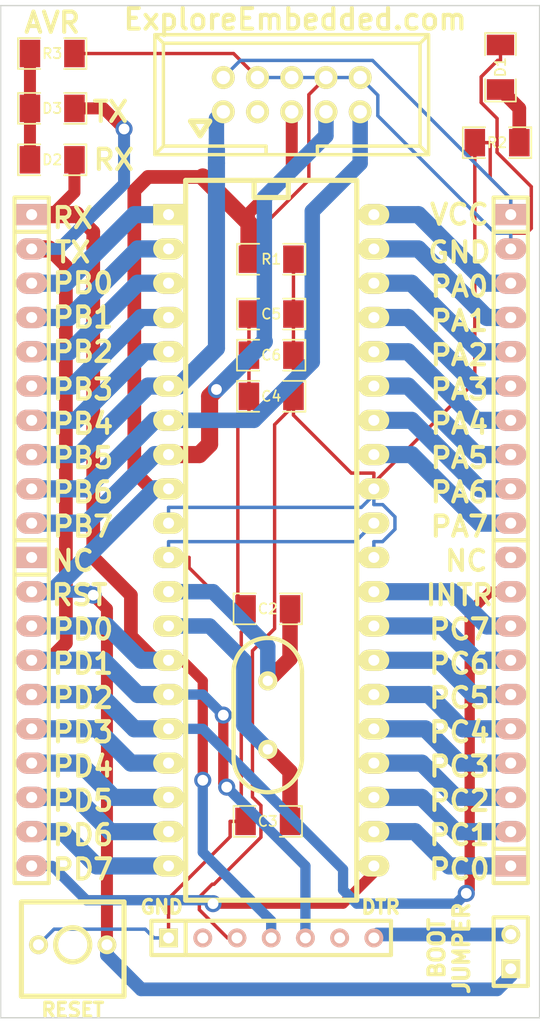
<source format=kicad_pcb>
(kicad_pcb (version 20171130) (host pcbnew "(5.1.12)-1")

  (general
    (thickness 1.6)
    (drawings 52)
    (tracks 315)
    (zones 0)
    (modules 21)
    (nets 41)
  )

  (page A3)
  (layers
    (0 F.Cu signal)
    (31 B.Cu signal)
    (32 B.Adhes user)
    (33 F.Adhes user)
    (34 B.Paste user)
    (35 F.Paste user)
    (36 B.SilkS user)
    (37 F.SilkS user)
    (38 B.Mask user)
    (39 F.Mask user)
    (40 Dwgs.User user)
    (41 Cmts.User user)
    (42 Eco1.User user)
    (43 Eco2.User user)
    (44 Edge.Cuts user)
  )

  (setup
    (last_trace_width 0.254)
    (user_trace_width 0.508)
    (user_trace_width 0.635)
    (user_trace_width 0.762)
    (user_trace_width 0.889)
    (user_trace_width 1.016)
    (user_trace_width 1.143)
    (user_trace_width 1.27)
    (trace_clearance 0.254)
    (zone_clearance 0.508)
    (zone_45_only no)
    (trace_min 0.254)
    (via_size 0.889)
    (via_drill 0.635)
    (via_min_size 0.889)
    (via_min_drill 0.508)
    (user_via 1.27 0.8)
    (uvia_size 0.508)
    (uvia_drill 0.127)
    (uvias_allowed no)
    (uvia_min_size 0.508)
    (uvia_min_drill 0.127)
    (edge_width 0.1)
    (segment_width 0.2)
    (pcb_text_width 0.3)
    (pcb_text_size 1.5 1.5)
    (mod_edge_width 0.15)
    (mod_text_size 1 1)
    (mod_text_width 0.15)
    (pad_size 1.7 1.7)
    (pad_drill 0.99822)
    (pad_to_mask_clearance 0)
    (aux_axis_origin 0 0)
    (visible_elements 7FFFFFFF)
    (pcbplotparams
      (layerselection 0x00030_ffffffff)
      (usegerberextensions true)
      (usegerberattributes true)
      (usegerberadvancedattributes true)
      (creategerberjobfile true)
      (excludeedgelayer true)
      (linewidth 0.150000)
      (plotframeref false)
      (viasonmask false)
      (mode 1)
      (useauxorigin false)
      (hpglpennumber 1)
      (hpglpenspeed 20)
      (hpglpendiameter 15.000000)
      (psnegative false)
      (psa4output false)
      (plotreference true)
      (plotvalue true)
      (plotinvisibletext false)
      (padsonsilk false)
      (subtractmaskfromsilk false)
      (outputformat 1)
      (mirror false)
      (drillshape 1)
      (scaleselection 1)
      (outputdirectory ""))
  )

  (net 0 "")
  (net 1 /+5V)
  (net 2 /INTR)
  (net 3 /MISO)
  (net 4 /MOSI)
  (net 5 /RX)
  (net 6 /SCK)
  (net 7 /TX)
  (net 8 /rst)
  (net 9 GND)
  (net 10 N-000001)
  (net 11 N-0000010)
  (net 12 N-0000011)
  (net 13 N-0000012)
  (net 14 N-0000015)
  (net 15 N-0000016)
  (net 16 N-0000017)
  (net 17 N-0000018)
  (net 18 N-0000019)
  (net 19 N-000002)
  (net 20 N-0000020)
  (net 21 N-0000023)
  (net 22 N-0000024)
  (net 23 N-0000026)
  (net 24 N-0000029)
  (net 25 N-000003)
  (net 26 N-0000032)
  (net 27 N-0000033)
  (net 28 N-0000034)
  (net 29 N-0000035)
  (net 30 N-0000036)
  (net 31 N-0000037)
  (net 32 N-0000038)
  (net 33 N-0000039)
  (net 34 N-000004)
  (net 35 N-0000040)
  (net 36 N-0000045)
  (net 37 N-000005)
  (net 38 N-000006)
  (net 39 N-000007)
  (net 40 N-000008)

  (net_class Default "This is the default net class."
    (clearance 0.254)
    (trace_width 0.254)
    (via_dia 0.889)
    (via_drill 0.635)
    (uvia_dia 0.508)
    (uvia_drill 0.127)
    (add_net /+5V)
    (add_net /INTR)
    (add_net /MISO)
    (add_net /MOSI)
    (add_net /RX)
    (add_net /SCK)
    (add_net /TX)
    (add_net /rst)
    (add_net GND)
    (add_net N-000001)
    (add_net N-0000010)
    (add_net N-0000011)
    (add_net N-0000012)
    (add_net N-0000015)
    (add_net N-0000016)
    (add_net N-0000017)
    (add_net N-0000018)
    (add_net N-0000019)
    (add_net N-000002)
    (add_net N-0000020)
    (add_net N-0000023)
    (add_net N-0000024)
    (add_net N-0000026)
    (add_net N-0000029)
    (add_net N-000003)
    (add_net N-0000032)
    (add_net N-0000033)
    (add_net N-0000034)
    (add_net N-0000035)
    (add_net N-0000036)
    (add_net N-0000037)
    (add_net N-0000038)
    (add_net N-0000039)
    (add_net N-000004)
    (add_net N-0000040)
    (add_net N-0000045)
    (add_net N-000005)
    (add_net N-000006)
    (add_net N-000007)
    (add_net N-000008)
  )

  (module VASCH5x2 (layer F.Cu) (tedit 54F9A4AB) (tstamp 54F1D92B)
    (at 197.104 101.6)
    (descr CONNECTOR)
    (tags CONNECTOR)
    (path /54F1C123)
    (attr virtual)
    (fp_text reference P1 (at -8.89 -5.08) (layer F.SilkS) hide
      (effects (font (size 1.778 1.778) (thickness 0.0889)))
    )
    (fp_text value CONN_5X2 (at 1.27 6.35) (layer F.SilkS) hide
      (effects (font (size 1.778 1.778) (thickness 0.0889)))
    )
    (fp_line (start -6.09854 1.9685) (end -7.49808 1.9685) (layer F.SilkS) (width 0.4064))
    (fp_line (start -6.79958 3.03784) (end -6.09854 1.9685) (layer F.SilkS) (width 0.4064))
    (fp_line (start -7.49808 1.9685) (end -6.79958 3.03784) (layer F.SilkS) (width 0.4064))
    (fp_line (start 10.16 -4.445) (end 10.16 4.445) (layer F.SilkS) (width 0.254))
    (fp_line (start -10.16 -4.445) (end -10.16 4.445) (layer F.SilkS) (width 0.254))
    (fp_line (start 10.16 -4.445) (end -10.16 -4.445) (layer F.SilkS) (width 0.254))
    (fp_line (start -10.16 4.445) (end 10.16 4.445) (layer F.SilkS) (width 0.254))
    (fp_line (start -1.905 3.81) (end -1.905 4.445) (layer F.SilkS) (width 0.254))
    (fp_line (start -9.525 3.81) (end -1.905 3.81) (layer F.SilkS) (width 0.254))
    (fp_line (start -9.525 -3.81) (end -9.525 3.81) (layer F.SilkS) (width 0.254))
    (fp_line (start 9.525 -3.81) (end -9.525 -3.81) (layer F.SilkS) (width 0.254))
    (fp_line (start 9.525 3.81) (end 9.525 -3.81) (layer F.SilkS) (width 0.254))
    (fp_line (start 1.905 3.81) (end 9.525 3.81) (layer F.SilkS) (width 0.254))
    (fp_line (start 1.905 4.445) (end 1.905 3.81) (layer F.SilkS) (width 0.254))
    (fp_line (start 9.525 -3.81) (end 10.16 -4.445) (layer F.SilkS) (width 0.254))
    (fp_line (start 9.525 3.81) (end 10.16 4.445) (layer F.SilkS) (width 0.254))
    (fp_line (start -9.525 3.81) (end -10.16 4.445) (layer F.SilkS) (width 0.254))
    (fp_line (start -9.525 -3.81) (end -10.16 -4.445) (layer F.SilkS) (width 0.254))
    (pad 1 thru_hole circle (at -5.08 1.27) (size 1.7 1.7) (drill 0.99822) (layers *.Cu *.Mask F.Paste F.SilkS)
      (net 4 /MOSI))
    (pad 2 thru_hole circle (at -5.08 -1.27) (size 1.7 1.7) (drill 0.99822) (layers *.Cu *.Mask F.Paste F.SilkS)
      (net 1 /+5V))
    (pad 3 thru_hole circle (at -2.54 1.27) (size 1.7 1.7) (drill 0.99822) (layers *.Cu *.Mask F.Paste F.SilkS))
    (pad 4 thru_hole circle (at -2.54 -1.27) (size 1.7 1.7) (drill 0.99822) (layers *.Cu *.Mask F.Paste F.SilkS)
      (net 9 GND))
    (pad 5 thru_hole circle (at 0 1.27) (size 1.7 1.7) (drill 0.99822) (layers *.Cu *.Mask F.Paste F.SilkS)
      (net 8 /rst))
    (pad 6 thru_hole circle (at 0 -1.27) (size 1.7 1.7) (drill 0.99822) (layers *.Cu *.Mask F.Paste F.SilkS)
      (net 9 GND))
    (pad 7 thru_hole circle (at 2.54 1.27) (size 1.7 1.7) (drill 0.99822) (layers *.Cu *.Mask F.Paste F.SilkS)
      (net 6 /SCK))
    (pad 8 thru_hole circle (at 2.54 -1.27) (size 1.7 1.7) (drill 0.99822) (layers *.Cu *.Mask F.Paste F.SilkS)
      (net 9 GND))
    (pad 9 thru_hole circle (at 5.08 1.27) (size 1.7 1.7) (drill 0.99822) (layers *.Cu *.Mask F.Paste F.SilkS)
      (net 3 /MISO))
    (pad 10 thru_hole circle (at 5.08 -1.27) (size 1.7 1.7) (drill 0.99822) (layers *.Cu *.Mask F.Paste F.SilkS)
      (net 9 GND))
    (model connectors/header_sockets/socket_5x2_90.wrl
      (at (xyz 0 0 0))
      (scale (xyz 1 1 1))
      (rotate (xyz 0 0 180))
    )
  )

  (module SIL-10 (layer F.Cu) (tedit 54F6BFCA) (tstamp 54F1D96E)
    (at 177.8 121.92 270)
    (descr "Connecteur 10 pins")
    (tags "CONN DEV")
    (path /54F1DC1E)
    (fp_text reference P5 (at -6.35 -2.54 270) (layer F.SilkS) hide
      (effects (font (size 1.72974 1.08712) (thickness 0.27178)))
    )
    (fp_text value CONN_10 (at 6.35 -2.54 270) (layer F.SilkS) hide
      (effects (font (size 1.524 1.016) (thickness 0.254)))
    )
    (fp_line (start -10.16 1.27) (end -10.16 -1.27) (layer F.SilkS) (width 0.3048))
    (fp_line (start 12.7 1.27) (end -12.7 1.27) (layer F.SilkS) (width 0.3048))
    (fp_line (start 12.7 -1.27) (end 12.7 1.27) (layer F.SilkS) (width 0.3048))
    (fp_line (start -12.7 -1.27) (end 12.7 -1.27) (layer F.SilkS) (width 0.3048))
    (fp_line (start -12.7 1.27) (end -12.7 -1.27) (layer F.SilkS) (width 0.3048))
    (pad 1 thru_hole rect (at -11.43 0 270) (size 1.5748 2.286) (drill 0.8128) (layers *.Cu *.Mask B.SilkS)
      (net 5 /RX))
    (pad 2 thru_hole oval (at -8.89 0 270) (size 1.5748 2.286) (drill 0.8128) (layers *.Cu *.Mask B.SilkS)
      (net 7 /TX))
    (pad 3 thru_hole oval (at -6.35 0 270) (size 1.5748 2.286) (drill 0.8128) (layers *.Cu *.Mask B.SilkS)
      (net 13 N-0000012))
    (pad 4 thru_hole oval (at -3.81 0 270) (size 1.5748 2.286) (drill 0.8128) (layers *.Cu *.Mask B.SilkS)
      (net 12 N-0000011))
    (pad 5 thru_hole oval (at -1.27 0 270) (size 1.5748 2.286) (drill 0.8128) (layers *.Cu *.Mask B.SilkS)
      (net 15 N-0000016))
    (pad 6 thru_hole oval (at 1.27 0 270) (size 1.5748 2.286) (drill 0.8128) (layers *.Cu *.Mask B.SilkS)
      (net 20 N-0000020))
    (pad 7 thru_hole oval (at 3.81 0 270) (size 1.5748 2.286) (drill 0.8128) (layers *.Cu *.Mask B.SilkS)
      (net 18 N-0000019))
    (pad 8 thru_hole oval (at 6.35 0 270) (size 1.5748 2.286) (drill 0.8128) (layers *.Cu *.Mask B.SilkS)
      (net 4 /MOSI))
    (pad 9 thru_hole oval (at 8.89 0 270) (size 1.5748 2.286) (drill 0.8128) (layers *.Cu *.Mask B.SilkS)
      (net 3 /MISO))
    (pad 10 thru_hole oval (at 11.43 0 270) (size 1.5748 2.286) (drill 0.8128) (layers *.Cu *.Mask B.SilkS)
      (net 6 /SCK))
    (model C:/Users/pc/Documents/Kicad/pins_array_9x1.wrl
      (at (xyz 0 0 0))
      (scale (xyz 1 1 1))
      (rotate (xyz 0 0 0))
    )
  )

  (module SIL-10 (layer F.Cu) (tedit 54F6BFE2) (tstamp 54F1D981)
    (at 213.36 121.92 270)
    (descr "Connecteur 10 pins")
    (tags "CONN DEV")
    (path /54F1DC84)
    (fp_text reference P3 (at -6.35 -2.54 270) (layer F.SilkS) hide
      (effects (font (size 1.72974 1.08712) (thickness 0.27178)))
    )
    (fp_text value CONN_10 (at 6.35 -2.54 270) (layer F.SilkS) hide
      (effects (font (size 1.524 1.016) (thickness 0.254)))
    )
    (fp_line (start -10.16 1.27) (end -10.16 -1.27) (layer F.SilkS) (width 0.3048))
    (fp_line (start 12.7 1.27) (end -12.7 1.27) (layer F.SilkS) (width 0.3048))
    (fp_line (start 12.7 -1.27) (end 12.7 1.27) (layer F.SilkS) (width 0.3048))
    (fp_line (start -12.7 -1.27) (end 12.7 -1.27) (layer F.SilkS) (width 0.3048))
    (fp_line (start -12.7 1.27) (end -12.7 -1.27) (layer F.SilkS) (width 0.3048))
    (pad 1 thru_hole rect (at -11.43 0 270) (size 1.5748 2.286) (drill 0.8128) (layers *.Cu *.Mask B.SilkS)
      (net 1 /+5V))
    (pad 2 thru_hole oval (at -8.89 0 270) (size 1.5748 2.286) (drill 0.8128) (layers *.Cu *.Mask B.SilkS)
      (net 9 GND))
    (pad 3 thru_hole oval (at -6.35 0 270) (size 1.5748 2.286) (drill 0.8128) (layers *.Cu *.Mask B.SilkS)
      (net 39 N-000007))
    (pad 4 thru_hole oval (at -3.81 0 270) (size 1.5748 2.286) (drill 0.8128) (layers *.Cu *.Mask B.SilkS)
      (net 38 N-000006))
    (pad 5 thru_hole oval (at -1.27 0 270) (size 1.5748 2.286) (drill 0.8128) (layers *.Cu *.Mask B.SilkS)
      (net 40 N-000008))
    (pad 6 thru_hole oval (at 1.27 0 270) (size 1.5748 2.286) (drill 0.8128) (layers *.Cu *.Mask B.SilkS)
      (net 37 N-000005))
    (pad 7 thru_hole oval (at 3.81 0 270) (size 1.5748 2.286) (drill 0.8128) (layers *.Cu *.Mask B.SilkS)
      (net 34 N-000004))
    (pad 8 thru_hole oval (at 6.35 0 270) (size 1.5748 2.286) (drill 0.8128) (layers *.Cu *.Mask B.SilkS)
      (net 25 N-000003))
    (pad 9 thru_hole oval (at 8.89 0 270) (size 1.5748 2.286) (drill 0.8128) (layers *.Cu *.Mask B.SilkS)
      (net 10 N-000001))
    (pad 10 thru_hole oval (at 11.43 0 270) (size 1.5748 2.286) (drill 0.8128) (layers *.Cu *.Mask B.SilkS)
      (net 19 N-000002))
    (model C:/Users/pc/Documents/Kicad/pins_array_9x1.wrl
      (at (xyz 0 0 0))
      (scale (xyz 1 1 1))
      (rotate (xyz 0 0 0))
    )
  )

  (module HC-49V (layer F.Cu) (tedit 54F6B396) (tstamp 54F1D99B)
    (at 195.326 147.574 90)
    (descr "Quartz boitier HC-49 Vertical")
    (tags "QUARTZ DEV")
    (path /54F1C16D)
    (autoplace_cost180 10)
    (fp_text reference X1 (at 0 -3.81 90) (layer F.SilkS) hide
      (effects (font (size 1.524 1.524) (thickness 0.3048)))
    )
    (fp_text value 16Mhz (at 0 3.81 90) (layer F.SilkS) hide
      (effects (font (size 1.524 1.524) (thickness 0.3048)))
    )
    (fp_line (start -3.175 -2.54) (end 3.175 -2.54) (layer F.SilkS) (width 0.3175))
    (fp_line (start -3.175 2.54) (end 3.175 2.54) (layer F.SilkS) (width 0.3175))
    (fp_arc (start 3.175 0) (end 3.175 -2.54) (angle 90) (layer F.SilkS) (width 0.3175))
    (fp_arc (start 3.175 0) (end 5.715 0) (angle 90) (layer F.SilkS) (width 0.3175))
    (fp_arc (start -3.175 0) (end -5.715 0) (angle 90) (layer F.SilkS) (width 0.3175))
    (fp_arc (start -3.175 0) (end -3.175 2.54) (angle 90) (layer F.SilkS) (width 0.3175))
    (pad 1 thru_hole circle (at -2.54 0 90) (size 1.4224 1.4224) (drill 0.762) (layers *.Cu *.Mask F.SilkS)
      (net 36 N-0000045))
    (pad 2 thru_hole circle (at 2.54 0 90) (size 1.4224 1.4224) (drill 0.762) (layers *.Cu *.Mask F.SilkS)
      (net 26 N-0000032))
    (model discret/xtal/crystal_hc18u_vertical.wrl
      (at (xyz 0 0 0))
      (scale (xyz 1 1 0.2))
      (rotate (xyz 0 0 0))
    )
  )

  (module DIP-40__600_ELL (layer F.Cu) (tedit 54F6B38C) (tstamp 54F1D9CE)
    (at 195.58 134.62 270)
    (descr "Module Dil 40 pins, pads elliptiques, e=600 mils")
    (tags DIL)
    (path /54F1C136)
    (fp_text reference IC1 (at -19.05 -3.81 270) (layer F.SilkS) hide
      (effects (font (size 1.778 1.143) (thickness 0.28575)))
    )
    (fp_text value ATMEGA32-P (at 0 2.54 270) (layer F.SilkS) hide
      (effects (font (size 1.778 1.778) (thickness 0.3048)))
    )
    (fp_line (start -26.67 6.35) (end -26.67 -6.35) (layer F.SilkS) (width 0.381))
    (fp_line (start 26.67 6.35) (end -26.67 6.35) (layer F.SilkS) (width 0.381))
    (fp_line (start 26.67 -6.35) (end 26.67 6.35) (layer F.SilkS) (width 0.381))
    (fp_line (start -26.67 -6.35) (end 26.67 -6.35) (layer F.SilkS) (width 0.381))
    (fp_line (start -25.4 1.27) (end -26.67 1.27) (layer F.SilkS) (width 0.381))
    (fp_line (start -25.4 -1.27) (end -25.4 1.27) (layer F.SilkS) (width 0.381))
    (fp_line (start -26.67 -1.27) (end -25.4 -1.27) (layer F.SilkS) (width 0.381))
    (pad 1 thru_hole rect (at -24.13 7.62 270) (size 1.5748 2.286) (drill 0.8128) (layers *.Cu *.Mask F.SilkS)
      (net 13 N-0000012))
    (pad 2 thru_hole oval (at -21.59 7.62 270) (size 1.5748 2.286) (drill 0.8128) (layers *.Cu *.Mask F.SilkS)
      (net 12 N-0000011))
    (pad 3 thru_hole oval (at -19.05 7.62 270) (size 1.5748 2.286) (drill 0.8128) (layers *.Cu *.Mask F.SilkS)
      (net 15 N-0000016))
    (pad 4 thru_hole oval (at -16.51 7.62 270) (size 1.5748 2.286) (drill 0.8128) (layers *.Cu *.Mask F.SilkS)
      (net 20 N-0000020))
    (pad 5 thru_hole oval (at -13.97 7.62 270) (size 1.5748 2.286) (drill 0.8128) (layers *.Cu *.Mask F.SilkS)
      (net 18 N-0000019))
    (pad 6 thru_hole oval (at -11.43 7.62 270) (size 1.5748 2.286) (drill 0.8128) (layers *.Cu *.Mask F.SilkS)
      (net 4 /MOSI))
    (pad 7 thru_hole oval (at -8.89 7.62 270) (size 1.5748 2.286) (drill 0.8128) (layers *.Cu *.Mask F.SilkS)
      (net 3 /MISO))
    (pad 8 thru_hole oval (at -6.35 7.62 270) (size 1.5748 2.286) (drill 0.8128) (layers *.Cu *.Mask F.SilkS)
      (net 6 /SCK))
    (pad 9 thru_hole oval (at -3.81 7.62 270) (size 1.5748 2.286) (drill 0.8128) (layers *.Cu *.Mask F.SilkS)
      (net 8 /rst))
    (pad 10 thru_hole oval (at -1.27 7.62 270) (size 1.5748 2.286) (drill 0.8128) (layers *.Cu *.Mask F.SilkS)
      (net 1 /+5V))
    (pad 11 thru_hole oval (at 1.27 7.62 270) (size 1.5748 2.286) (drill 0.8128) (layers *.Cu *.Mask F.SilkS)
      (net 9 GND))
    (pad 12 thru_hole oval (at 3.81 7.62 270) (size 1.5748 2.286) (drill 0.8128) (layers *.Cu *.Mask F.SilkS)
      (net 26 N-0000032))
    (pad 13 thru_hole oval (at 6.35 7.62 270) (size 1.5748 2.286) (drill 0.8128) (layers *.Cu *.Mask F.SilkS)
      (net 36 N-0000045))
    (pad 14 thru_hole oval (at 8.89 7.62 270) (size 1.5748 2.286) (drill 0.8128) (layers *.Cu *.Mask F.SilkS)
      (net 5 /RX))
    (pad 15 thru_hole oval (at 11.43 7.62 270) (size 1.5748 2.286) (drill 0.8128) (layers *.Cu *.Mask F.SilkS)
      (net 7 /TX))
    (pad 16 thru_hole oval (at 13.97 7.62 270) (size 1.5748 2.286) (drill 0.8128) (layers *.Cu *.Mask F.SilkS)
      (net 2 /INTR))
    (pad 17 thru_hole oval (at 16.51 7.62 270) (size 1.5748 2.286) (drill 0.8128) (layers *.Cu *.Mask F.SilkS)
      (net 23 N-0000026))
    (pad 18 thru_hole oval (at 19.05 7.62 270) (size 1.5748 2.286) (drill 0.8128) (layers *.Cu *.Mask F.SilkS)
      (net 17 N-0000018))
    (pad 19 thru_hole oval (at 21.59 7.62 270) (size 1.5748 2.286) (drill 0.8128) (layers *.Cu *.Mask F.SilkS)
      (net 16 N-0000017))
    (pad 20 thru_hole oval (at 24.13 7.62 270) (size 1.5748 2.286) (drill 0.8128) (layers *.Cu *.Mask F.SilkS)
      (net 11 N-0000010))
    (pad 21 thru_hole oval (at 24.13 -7.62 270) (size 1.5748 2.286) (drill 0.8128) (layers *.Cu *.Mask F.SilkS)
      (net 14 N-0000015))
    (pad 22 thru_hole oval (at 21.59 -7.62 270) (size 1.5748 2.286) (drill 0.8128) (layers *.Cu *.Mask F.SilkS)
      (net 29 N-0000035))
    (pad 23 thru_hole oval (at 19.05 -7.62 270) (size 1.5748 2.286) (drill 0.8128) (layers *.Cu *.Mask F.SilkS)
      (net 28 N-0000034))
    (pad 24 thru_hole oval (at 16.51 -7.62 270) (size 1.5748 2.286) (drill 0.8128) (layers *.Cu *.Mask F.SilkS)
      (net 27 N-0000033))
    (pad 25 thru_hole oval (at 13.97 -7.62 270) (size 1.5748 2.286) (drill 0.8128) (layers *.Cu *.Mask F.SilkS)
      (net 35 N-0000040))
    (pad 26 thru_hole oval (at 11.43 -7.62 270) (size 1.5748 2.286) (drill 0.8128) (layers *.Cu *.Mask F.SilkS)
      (net 33 N-0000039))
    (pad 27 thru_hole oval (at 8.89 -7.62 270) (size 1.5748 2.286) (drill 0.8128) (layers *.Cu *.Mask F.SilkS)
      (net 32 N-0000038))
    (pad 28 thru_hole oval (at 6.35 -7.62 270) (size 1.5748 2.286) (drill 0.8128) (layers *.Cu *.Mask F.SilkS)
      (net 31 N-0000037))
    (pad 29 thru_hole oval (at 3.81 -7.62 270) (size 1.5748 2.286) (drill 0.8128) (layers *.Cu *.Mask F.SilkS)
      (net 30 N-0000036))
    (pad 30 thru_hole oval (at 1.27 -7.62 270) (size 1.5748 2.286) (drill 0.8128) (layers *.Cu *.Mask F.SilkS)
      (net 1 /+5V))
    (pad 31 thru_hole oval (at -1.27 -7.62 270) (size 1.5748 2.286) (drill 0.8128) (layers *.Cu *.Mask F.SilkS)
      (net 9 GND))
    (pad 32 thru_hole oval (at -3.81 -7.62 270) (size 1.5748 2.286) (drill 0.8128) (layers *.Cu *.Mask F.SilkS)
      (net 1 /+5V))
    (pad 33 thru_hole oval (at -6.35 -7.62 270) (size 1.5748 2.286) (drill 0.8128) (layers *.Cu *.Mask F.SilkS)
      (net 19 N-000002))
    (pad 34 thru_hole oval (at -8.89 -7.62 270) (size 1.5748 2.286) (drill 0.8128) (layers *.Cu *.Mask F.SilkS)
      (net 10 N-000001))
    (pad 35 thru_hole oval (at -11.43 -7.62 270) (size 1.5748 2.286) (drill 0.8128) (layers *.Cu *.Mask F.SilkS)
      (net 25 N-000003))
    (pad 36 thru_hole oval (at -13.97 -7.62 270) (size 1.5748 2.286) (drill 0.8128) (layers *.Cu *.Mask F.SilkS)
      (net 34 N-000004))
    (pad 37 thru_hole oval (at -16.51 -7.62 270) (size 1.5748 2.286) (drill 0.8128) (layers *.Cu *.Mask F.SilkS)
      (net 37 N-000005))
    (pad 38 thru_hole oval (at -19.05 -7.62 270) (size 1.5748 2.286) (drill 0.8128) (layers *.Cu *.Mask F.SilkS)
      (net 40 N-000008))
    (pad 39 thru_hole oval (at -21.59 -7.62 270) (size 1.5748 2.286) (drill 0.8128) (layers *.Cu *.Mask F.SilkS)
      (net 38 N-000006))
    (pad 40 thru_hole oval (at -24.13 -7.62 270) (size 1.5748 2.286) (drill 0.8128) (layers *.Cu *.Mask F.SilkS)
      (net 39 N-000007))
    (model dil\dil_40-w600.wrl
      (at (xyz 0 0 0))
      (scale (xyz 1 1 1))
      (rotate (xyz 0 0 0))
    )
  )

  (module SIL-10 (layer F.Cu) (tedit 54F6BFB5) (tstamp 54F1D94A)
    (at 177.8 147.32 270)
    (descr "Connecteur 10 pins")
    (tags "CONN DEV")
    (path /54F69BEF)
    (fp_text reference P2 (at -6.35 -2.54 270) (layer F.SilkS) hide
      (effects (font (size 1.72974 1.08712) (thickness 0.27178)))
    )
    (fp_text value CONN_10 (at 6.35 -2.54 270) (layer F.SilkS) hide
      (effects (font (size 1.524 1.016) (thickness 0.254)))
    )
    (fp_line (start -10.16 1.27) (end -10.16 -1.27) (layer F.SilkS) (width 0.3048))
    (fp_line (start 12.7 1.27) (end -12.7 1.27) (layer F.SilkS) (width 0.3048))
    (fp_line (start 12.7 -1.27) (end 12.7 1.27) (layer F.SilkS) (width 0.3048))
    (fp_line (start -12.7 -1.27) (end 12.7 -1.27) (layer F.SilkS) (width 0.3048))
    (fp_line (start -12.7 1.27) (end -12.7 -1.27) (layer F.SilkS) (width 0.3048))
    (pad 1 thru_hole rect (at -11.43 0 270) (size 1.5748 2.286) (drill 0.8128) (layers *.Cu *.Mask B.SilkS))
    (pad 2 thru_hole oval (at -8.89 0 270) (size 1.5748 2.286) (drill 0.8128) (layers *.Cu *.Mask B.SilkS)
      (net 8 /rst))
    (pad 3 thru_hole oval (at -6.35 0 270) (size 1.5748 2.286) (drill 0.8128) (layers *.Cu *.Mask B.SilkS)
      (net 5 /RX))
    (pad 4 thru_hole oval (at -3.81 0 270) (size 1.5748 2.286) (drill 0.8128) (layers *.Cu *.Mask B.SilkS)
      (net 7 /TX))
    (pad 5 thru_hole oval (at -1.27 0 270) (size 1.5748 2.286) (drill 0.8128) (layers *.Cu *.Mask B.SilkS)
      (net 2 /INTR))
    (pad 6 thru_hole oval (at 1.27 0 270) (size 1.5748 2.286) (drill 0.8128) (layers *.Cu *.Mask B.SilkS)
      (net 23 N-0000026))
    (pad 7 thru_hole oval (at 3.81 0 270) (size 1.5748 2.286) (drill 0.8128) (layers *.Cu *.Mask B.SilkS)
      (net 17 N-0000018))
    (pad 8 thru_hole oval (at 6.35 0 270) (size 1.5748 2.286) (drill 0.8128) (layers *.Cu *.Mask B.SilkS)
      (net 16 N-0000017))
    (pad 9 thru_hole oval (at 8.89 0 270) (size 1.5748 2.286) (drill 0.8128) (layers *.Cu *.Mask B.SilkS)
      (net 11 N-0000010))
    (pad 10 thru_hole oval (at 11.43 0 270) (size 1.5748 2.286) (drill 0.8128) (layers *.Cu *.Mask B.SilkS)
      (net 14 N-0000015))
    (model C:/Users/pc/Documents/Kicad/pins_array_9x1.wrl
      (at (xyz 0 0 0))
      (scale (xyz 1 1 1))
      (rotate (xyz 0 0 0))
    )
  )

  (module SIL-10 (layer F.Cu) (tedit 54F80ACD) (tstamp 54F1D95B)
    (at 213.36 147.32 90)
    (descr "Connecteur 10 pins")
    (tags "CONN DEV")
    (path /54F69C14)
    (fp_text reference P4 (at -6.35 -2.54 90) (layer F.SilkS) hide
      (effects (font (size 1.72974 1.08712) (thickness 0.27178)))
    )
    (fp_text value CONN_10 (at 6.35 -2.54 90) (layer F.SilkS) hide
      (effects (font (size 1.524 1.016) (thickness 0.254)))
    )
    (fp_line (start -10.16 1.27) (end -10.16 -1.27) (layer F.SilkS) (width 0.3048))
    (fp_line (start 12.7 1.27) (end -12.7 1.27) (layer F.SilkS) (width 0.3048))
    (fp_line (start 12.7 -1.27) (end 12.7 1.27) (layer F.SilkS) (width 0.3048))
    (fp_line (start -12.7 -1.27) (end 12.7 -1.27) (layer F.SilkS) (width 0.3048))
    (fp_line (start -12.7 1.27) (end -12.7 -1.27) (layer F.SilkS) (width 0.3048))
    (pad 1 thru_hole rect (at -11.43 0 90) (size 1.5748 2.286) (drill 0.8128) (layers *.Cu *.Mask B.SilkS)
      (net 29 N-0000035))
    (pad 2 thru_hole oval (at -8.89 0 90) (size 1.5748 2.286) (drill 0.8128) (layers *.Cu *.Mask B.SilkS)
      (net 28 N-0000034))
    (pad 3 thru_hole oval (at -6.35 0 90) (size 1.5748 2.286) (drill 0.8128) (layers *.Cu *.Mask B.SilkS)
      (net 27 N-0000033))
    (pad 4 thru_hole oval (at -3.81 0 90) (size 1.5748 2.286) (drill 0.8128) (layers *.Cu *.Mask B.SilkS)
      (net 35 N-0000040))
    (pad 5 thru_hole oval (at -1.27 0 90) (size 1.5748 2.286) (drill 0.8128) (layers *.Cu *.Mask B.SilkS)
      (net 33 N-0000039))
    (pad 6 thru_hole oval (at 1.27 0 90) (size 1.5748 2.286) (drill 0.8128) (layers *.Cu *.Mask B.SilkS)
      (net 32 N-0000038))
    (pad 7 thru_hole oval (at 3.81 0 90) (size 1.5748 2.286) (drill 0.8128) (layers *.Cu *.Mask B.SilkS)
      (net 31 N-0000037))
    (pad 8 thru_hole oval (at 6.35 0 90) (size 1.5748 2.286) (drill 0.8128) (layers *.Cu *.Mask B.SilkS)
      (net 30 N-0000036))
    (pad 9 thru_hole oval (at 8.89 0 90) (size 1.5748 2.286) (drill 0.8128) (layers *.Cu *.Mask B.SilkS)
      (net 2 /INTR))
    (pad 10 thru_hole oval (at 11.43 0 90) (size 1.5748 2.286) (drill 0.8128) (layers *.Cu *.Mask B.SilkS))
    (model C:/Users/pc/Documents/Kicad/pins_array_9x1.wrl
      (at (xyz 0 0 0))
      (scale (xyz 1 1 1))
      (rotate (xyz 0 0 0))
    )
  )

  (module SM1206 (layer F.Cu) (tedit 4) (tstamp 54F1D98F)
    (at 195.58 113.792)
    (path /54F1C18C)
    (attr smd)
    (fp_text reference R1 (at 0 0) (layer F.SilkS)
      (effects (font (size 0.762 0.762) (thickness 0.127)))
    )
    (fp_text value 10K (at 0 0) (layer F.SilkS) hide
      (effects (font (size 0.762 0.762) (thickness 0.127)))
    )
    (fp_line (start -0.889 -1.143) (end -2.54 -1.143) (layer F.SilkS) (width 0.127))
    (fp_line (start 2.54 1.143) (end 0.889 1.143) (layer F.SilkS) (width 0.127))
    (fp_line (start 2.54 -1.143) (end 2.54 1.143) (layer F.SilkS) (width 0.127))
    (fp_line (start 0.889 -1.143) (end 2.54 -1.143) (layer F.SilkS) (width 0.127))
    (fp_line (start -2.54 1.143) (end -0.889 1.143) (layer F.SilkS) (width 0.127))
    (fp_line (start -2.54 -1.143) (end -2.54 1.143) (layer F.SilkS) (width 0.127))
    (pad 1 smd rect (at -1.651 0) (size 1.524 2.032) (layers F.Cu F.Paste F.Mask)
      (net 8 /rst))
    (pad 2 smd rect (at 1.651 0) (size 1.524 2.032) (layers F.Cu F.Paste F.Mask)
      (net 1 /+5V))
    (model smd/chip_cms.wrl
      (at (xyz 0 0 0))
      (scale (xyz 0.17 0.16 0.16))
      (rotate (xyz 0 0 0))
    )
  )

  (module SM1206 (layer F.Cu) (tedit 4) (tstamp 54F1D9D9)
    (at 195.326 155.448)
    (path /54F1C106)
    (attr smd)
    (fp_text reference C3 (at 0 0) (layer F.SilkS)
      (effects (font (size 0.762 0.762) (thickness 0.127)))
    )
    (fp_text value 22pF (at 0 0) (layer F.SilkS) hide
      (effects (font (size 0.762 0.762) (thickness 0.127)))
    )
    (fp_line (start -0.889 -1.143) (end -2.54 -1.143) (layer F.SilkS) (width 0.127))
    (fp_line (start 2.54 1.143) (end 0.889 1.143) (layer F.SilkS) (width 0.127))
    (fp_line (start 2.54 -1.143) (end 2.54 1.143) (layer F.SilkS) (width 0.127))
    (fp_line (start 0.889 -1.143) (end 2.54 -1.143) (layer F.SilkS) (width 0.127))
    (fp_line (start -2.54 1.143) (end -0.889 1.143) (layer F.SilkS) (width 0.127))
    (fp_line (start -2.54 -1.143) (end -2.54 1.143) (layer F.SilkS) (width 0.127))
    (pad 1 smd rect (at -1.651 0) (size 1.524 2.032) (layers F.Cu F.Paste F.Mask)
      (net 9 GND))
    (pad 2 smd rect (at 1.651 0) (size 1.524 2.032) (layers F.Cu F.Paste F.Mask)
      (net 36 N-0000045))
    (model smd/chip_cms.wrl
      (at (xyz 0 0 0))
      (scale (xyz 0.17 0.16 0.16))
      (rotate (xyz 0 0 0))
    )
  )

  (module SM1206 (layer F.Cu) (tedit 4) (tstamp 54F1D9E4)
    (at 195.58 123.952 180)
    (path /54F1C148)
    (attr smd)
    (fp_text reference C4 (at 0 0 180) (layer F.SilkS)
      (effects (font (size 0.762 0.762) (thickness 0.127)))
    )
    (fp_text value 0.1uF (at 0 0 180) (layer F.SilkS) hide
      (effects (font (size 0.762 0.762) (thickness 0.127)))
    )
    (fp_line (start -0.889 -1.143) (end -2.54 -1.143) (layer F.SilkS) (width 0.127))
    (fp_line (start 2.54 1.143) (end 0.889 1.143) (layer F.SilkS) (width 0.127))
    (fp_line (start 2.54 -1.143) (end 2.54 1.143) (layer F.SilkS) (width 0.127))
    (fp_line (start 0.889 -1.143) (end 2.54 -1.143) (layer F.SilkS) (width 0.127))
    (fp_line (start -2.54 1.143) (end -0.889 1.143) (layer F.SilkS) (width 0.127))
    (fp_line (start -2.54 -1.143) (end -2.54 1.143) (layer F.SilkS) (width 0.127))
    (pad 1 smd rect (at -1.651 0 180) (size 1.524 2.032) (layers F.Cu F.Paste F.Mask)
      (net 1 /+5V))
    (pad 2 smd rect (at 1.651 0 180) (size 1.524 2.032) (layers F.Cu F.Paste F.Mask)
      (net 9 GND))
    (model smd/chip_cms.wrl
      (at (xyz 0 0 0))
      (scale (xyz 0.17 0.16 0.16))
      (rotate (xyz 0 0 0))
    )
  )

  (module SM1206 (layer F.Cu) (tedit 4) (tstamp 54F1D9EF)
    (at 195.58 120.904 180)
    (path /54F1C154)
    (attr smd)
    (fp_text reference C6 (at 0 0 180) (layer F.SilkS)
      (effects (font (size 0.762 0.762) (thickness 0.127)))
    )
    (fp_text value 0.1uF (at 0 0 180) (layer F.SilkS) hide
      (effects (font (size 0.762 0.762) (thickness 0.127)))
    )
    (fp_line (start -0.889 -1.143) (end -2.54 -1.143) (layer F.SilkS) (width 0.127))
    (fp_line (start 2.54 1.143) (end 0.889 1.143) (layer F.SilkS) (width 0.127))
    (fp_line (start 2.54 -1.143) (end 2.54 1.143) (layer F.SilkS) (width 0.127))
    (fp_line (start 0.889 -1.143) (end 2.54 -1.143) (layer F.SilkS) (width 0.127))
    (fp_line (start -2.54 1.143) (end -0.889 1.143) (layer F.SilkS) (width 0.127))
    (fp_line (start -2.54 -1.143) (end -2.54 1.143) (layer F.SilkS) (width 0.127))
    (pad 1 smd rect (at -1.651 0 180) (size 1.524 2.032) (layers F.Cu F.Paste F.Mask)
      (net 1 /+5V))
    (pad 2 smd rect (at 1.651 0 180) (size 1.524 2.032) (layers F.Cu F.Paste F.Mask)
      (net 9 GND))
    (model smd/chip_cms.wrl
      (at (xyz 0 0 0))
      (scale (xyz 0.17 0.16 0.16))
      (rotate (xyz 0 0 0))
    )
  )

  (module SM1206 (layer F.Cu) (tedit 4) (tstamp 54F1D9FA)
    (at 195.326 139.7)
    (path /54F1C167)
    (attr smd)
    (fp_text reference C2 (at 0 0) (layer F.SilkS)
      (effects (font (size 0.762 0.762) (thickness 0.127)))
    )
    (fp_text value 22pF (at 0 0) (layer F.SilkS) hide
      (effects (font (size 0.762 0.762) (thickness 0.127)))
    )
    (fp_line (start -0.889 -1.143) (end -2.54 -1.143) (layer F.SilkS) (width 0.127))
    (fp_line (start 2.54 1.143) (end 0.889 1.143) (layer F.SilkS) (width 0.127))
    (fp_line (start 2.54 -1.143) (end 2.54 1.143) (layer F.SilkS) (width 0.127))
    (fp_line (start 0.889 -1.143) (end 2.54 -1.143) (layer F.SilkS) (width 0.127))
    (fp_line (start -2.54 1.143) (end -0.889 1.143) (layer F.SilkS) (width 0.127))
    (fp_line (start -2.54 -1.143) (end -2.54 1.143) (layer F.SilkS) (width 0.127))
    (pad 1 smd rect (at -1.651 0) (size 1.524 2.032) (layers F.Cu F.Paste F.Mask)
      (net 9 GND))
    (pad 2 smd rect (at 1.651 0) (size 1.524 2.032) (layers F.Cu F.Paste F.Mask)
      (net 26 N-0000032))
    (model smd/chip_cms.wrl
      (at (xyz 0 0 0))
      (scale (xyz 0.17 0.16 0.16))
      (rotate (xyz 0 0 0))
    )
  )

  (module SM1206 (layer F.Cu) (tedit 4) (tstamp 54F1DA05)
    (at 195.58 117.856 180)
    (path /54F1C1A0)
    (attr smd)
    (fp_text reference C5 (at 0 0 180) (layer F.SilkS)
      (effects (font (size 0.762 0.762) (thickness 0.127)))
    )
    (fp_text value 0.1uF (at 0 0 180) (layer F.SilkS) hide
      (effects (font (size 0.762 0.762) (thickness 0.127)))
    )
    (fp_line (start -0.889 -1.143) (end -2.54 -1.143) (layer F.SilkS) (width 0.127))
    (fp_line (start 2.54 1.143) (end 0.889 1.143) (layer F.SilkS) (width 0.127))
    (fp_line (start 2.54 -1.143) (end 2.54 1.143) (layer F.SilkS) (width 0.127))
    (fp_line (start 0.889 -1.143) (end 2.54 -1.143) (layer F.SilkS) (width 0.127))
    (fp_line (start -2.54 1.143) (end -0.889 1.143) (layer F.SilkS) (width 0.127))
    (fp_line (start -2.54 -1.143) (end -2.54 1.143) (layer F.SilkS) (width 0.127))
    (pad 1 smd rect (at -1.651 0 180) (size 1.524 2.032) (layers F.Cu F.Paste F.Mask)
      (net 1 /+5V))
    (pad 2 smd rect (at 1.651 0 180) (size 1.524 2.032) (layers F.Cu F.Paste F.Mask)
      (net 9 GND))
    (model smd/chip_cms.wrl
      (at (xyz 0 0 0))
      (scale (xyz 0.17 0.16 0.16))
      (rotate (xyz 0 0 0))
    )
  )

  (module SM1206 (layer F.Cu) (tedit 4) (tstamp 54F99FF3)
    (at 212.344 105.156)
    (path /54F94C0B)
    (attr smd)
    (fp_text reference R2 (at 0 0) (layer F.SilkS)
      (effects (font (size 0.762 0.762) (thickness 0.127)))
    )
    (fp_text value R (at 0 0) (layer F.SilkS) hide
      (effects (font (size 0.762 0.762) (thickness 0.127)))
    )
    (fp_line (start -0.889 -1.143) (end -2.54 -1.143) (layer F.SilkS) (width 0.127))
    (fp_line (start 2.54 1.143) (end 0.889 1.143) (layer F.SilkS) (width 0.127))
    (fp_line (start 2.54 -1.143) (end 2.54 1.143) (layer F.SilkS) (width 0.127))
    (fp_line (start 0.889 -1.143) (end 2.54 -1.143) (layer F.SilkS) (width 0.127))
    (fp_line (start -2.54 1.143) (end -0.889 1.143) (layer F.SilkS) (width 0.127))
    (fp_line (start -2.54 -1.143) (end -2.54 1.143) (layer F.SilkS) (width 0.127))
    (pad 1 smd rect (at -1.651 0) (size 1.524 2.032) (layers F.Cu F.Paste F.Mask)
      (net 1 /+5V))
    (pad 2 smd rect (at 1.651 0) (size 1.524 2.032) (layers F.Cu F.Paste F.Mask)
      (net 24 N-0000029))
    (model smd/chip_cms.wrl
      (at (xyz 0 0 0))
      (scale (xyz 0.17 0.16 0.16))
      (rotate (xyz 0 0 0))
    )
  )

  (module SM1206 (layer F.Cu) (tedit 4) (tstamp 54F99FFF)
    (at 212.598 99.568 90)
    (path /54F94C1A)
    (attr smd)
    (fp_text reference D1 (at 0 0 90) (layer F.SilkS)
      (effects (font (size 0.762 0.762) (thickness 0.127)))
    )
    (fp_text value LED (at 0 0 90) (layer F.SilkS) hide
      (effects (font (size 0.762 0.762) (thickness 0.127)))
    )
    (fp_line (start -0.889 -1.143) (end -2.54 -1.143) (layer F.SilkS) (width 0.127))
    (fp_line (start 2.54 1.143) (end 0.889 1.143) (layer F.SilkS) (width 0.127))
    (fp_line (start 2.54 -1.143) (end 2.54 1.143) (layer F.SilkS) (width 0.127))
    (fp_line (start 0.889 -1.143) (end 2.54 -1.143) (layer F.SilkS) (width 0.127))
    (fp_line (start -2.54 1.143) (end -0.889 1.143) (layer F.SilkS) (width 0.127))
    (fp_line (start -2.54 -1.143) (end -2.54 1.143) (layer F.SilkS) (width 0.127))
    (pad 1 smd rect (at -1.651 0 90) (size 1.524 2.032) (layers F.Cu F.Paste F.Mask)
      (net 24 N-0000029))
    (pad 2 smd rect (at 1.651 0 90) (size 1.524 2.032) (layers F.Cu F.Paste F.Mask)
      (net 9 GND))
    (model smd/chip_cms.wrl
      (at (xyz 0 0 0))
      (scale (xyz 0.17 0.16 0.16))
      (rotate (xyz 0 0 0))
    )
  )

  (module SM1206 (layer F.Cu) (tedit 4) (tstamp 55150661)
    (at 179.324 106.426 180)
    (path /5514EDC8)
    (attr smd)
    (fp_text reference D2 (at 0 0 180) (layer F.SilkS)
      (effects (font (size 0.762 0.762) (thickness 0.127)))
    )
    (fp_text value LED (at 0 0 180) (layer F.SilkS) hide
      (effects (font (size 0.762 0.762) (thickness 0.127)))
    )
    (fp_line (start -0.889 -1.143) (end -2.54 -1.143) (layer F.SilkS) (width 0.127))
    (fp_line (start 2.54 1.143) (end 0.889 1.143) (layer F.SilkS) (width 0.127))
    (fp_line (start 2.54 -1.143) (end 2.54 1.143) (layer F.SilkS) (width 0.127))
    (fp_line (start 0.889 -1.143) (end 2.54 -1.143) (layer F.SilkS) (width 0.127))
    (fp_line (start -2.54 1.143) (end -0.889 1.143) (layer F.SilkS) (width 0.127))
    (fp_line (start -2.54 -1.143) (end -2.54 1.143) (layer F.SilkS) (width 0.127))
    (pad 1 smd rect (at -1.651 0 180) (size 1.524 2.032) (layers F.Cu F.Paste F.Mask)
      (net 5 /RX))
    (pad 2 smd rect (at 1.651 0 180) (size 1.524 2.032) (layers F.Cu F.Paste F.Mask)
      (net 21 N-0000023))
    (model smd/chip_cms.wrl
      (at (xyz 0 0 0))
      (scale (xyz 0.17 0.16 0.16))
      (rotate (xyz 0 0 0))
    )
  )

  (module SM1206 (layer F.Cu) (tedit 4) (tstamp 5515066D)
    (at 179.324 102.616 180)
    (path /5514EDCE)
    (attr smd)
    (fp_text reference D3 (at 0 0 180) (layer F.SilkS)
      (effects (font (size 0.762 0.762) (thickness 0.127)))
    )
    (fp_text value LED (at 0 0 180) (layer F.SilkS) hide
      (effects (font (size 0.762 0.762) (thickness 0.127)))
    )
    (fp_line (start -0.889 -1.143) (end -2.54 -1.143) (layer F.SilkS) (width 0.127))
    (fp_line (start 2.54 1.143) (end 0.889 1.143) (layer F.SilkS) (width 0.127))
    (fp_line (start 2.54 -1.143) (end 2.54 1.143) (layer F.SilkS) (width 0.127))
    (fp_line (start 0.889 -1.143) (end 2.54 -1.143) (layer F.SilkS) (width 0.127))
    (fp_line (start -2.54 1.143) (end -0.889 1.143) (layer F.SilkS) (width 0.127))
    (fp_line (start -2.54 -1.143) (end -2.54 1.143) (layer F.SilkS) (width 0.127))
    (pad 1 smd rect (at -1.651 0 180) (size 1.524 2.032) (layers F.Cu F.Paste F.Mask)
      (net 7 /TX))
    (pad 2 smd rect (at 1.651 0 180) (size 1.524 2.032) (layers F.Cu F.Paste F.Mask)
      (net 21 N-0000023))
    (model smd/chip_cms.wrl
      (at (xyz 0 0 0))
      (scale (xyz 0.17 0.16 0.16))
      (rotate (xyz 0 0 0))
    )
  )

  (module SM1206 (layer F.Cu) (tedit 4) (tstamp 55150679)
    (at 179.324 98.552)
    (path /5514EDD4)
    (attr smd)
    (fp_text reference R3 (at 0 0) (layer F.SilkS)
      (effects (font (size 0.762 0.762) (thickness 0.127)))
    )
    (fp_text value R (at 0 0) (layer F.SilkS) hide
      (effects (font (size 0.762 0.762) (thickness 0.127)))
    )
    (fp_line (start -0.889 -1.143) (end -2.54 -1.143) (layer F.SilkS) (width 0.127))
    (fp_line (start 2.54 1.143) (end 0.889 1.143) (layer F.SilkS) (width 0.127))
    (fp_line (start 2.54 -1.143) (end 2.54 1.143) (layer F.SilkS) (width 0.127))
    (fp_line (start 0.889 -1.143) (end 2.54 -1.143) (layer F.SilkS) (width 0.127))
    (fp_line (start -2.54 1.143) (end -0.889 1.143) (layer F.SilkS) (width 0.127))
    (fp_line (start -2.54 -1.143) (end -2.54 1.143) (layer F.SilkS) (width 0.127))
    (pad 1 smd rect (at -1.651 0) (size 1.524 2.032) (layers F.Cu F.Paste F.Mask)
      (net 21 N-0000023))
    (pad 2 smd rect (at 1.651 0) (size 1.524 2.032) (layers F.Cu F.Paste F.Mask)
      (net 9 GND))
    (model smd/chip_cms.wrl
      (at (xyz 0 0 0))
      (scale (xyz 0.17 0.16 0.16))
      (rotate (xyz 0 0 0))
    )
  )

  (module SIL-7 (layer F.Cu) (tedit 556C3718) (tstamp 556AD162)
    (at 195.58 164.084)
    (descr "Connecteur 7 pins")
    (tags "CONN DEV")
    (path /556AD000)
    (fp_text reference P6 (at 0 -2.54) (layer F.SilkS) hide
      (effects (font (size 1.72974 1.08712) (thickness 0.27178)))
    )
    (fp_text value CONN_7 (at 0 -2.54) (layer F.SilkS) hide
      (effects (font (size 1.524 1.016) (thickness 0.3048)))
    )
    (fp_line (start -6.35 1.27) (end -6.35 -1.27) (layer F.SilkS) (width 0.3048))
    (fp_line (start -6.35 1.27) (end -6.35 1.27) (layer F.SilkS) (width 0.3048))
    (fp_line (start -8.89 1.27) (end -8.89 -1.27) (layer F.SilkS) (width 0.3048))
    (fp_line (start 8.89 1.27) (end -8.89 1.27) (layer F.SilkS) (width 0.3048))
    (fp_line (start 8.89 -1.27) (end 8.89 1.27) (layer F.SilkS) (width 0.3048))
    (fp_line (start -8.89 -1.27) (end 8.89 -1.27) (layer F.SilkS) (width 0.3048))
    (fp_line (start -8.89 -1.27) (end -8.89 -1.27) (layer F.SilkS) (width 0.3048))
    (pad 1 thru_hole rect (at -7.62 0) (size 1.397 1.397) (drill 0.8128) (layers *.Cu *.Mask F.SilkS)
      (net 9 GND))
    (pad 2 thru_hole circle (at -5.08 0) (size 1.397 1.397) (drill 0.8128) (layers *.Cu *.SilkS *.Mask))
    (pad 3 thru_hole circle (at -2.54 0) (size 1.397 1.397) (drill 0.8128) (layers *.Cu *.SilkS *.Mask)
      (net 1 /+5V))
    (pad 4 thru_hole circle (at 0 0) (size 1.397 1.397) (drill 0.8128) (layers *.Cu *.SilkS *.Mask)
      (net 5 /RX))
    (pad 5 thru_hole circle (at 2.54 0) (size 1.397 1.397) (drill 0.8128) (layers *.Cu *.SilkS *.Mask)
      (net 7 /TX))
    (pad 6 thru_hole circle (at 5.08 0) (size 1.397 1.397) (drill 0.8128) (layers *.Cu *.SilkS *.Mask))
    (pad 7 thru_hole circle (at 7.62 0) (size 1.397 1.397) (drill 0.8128) (layers *.Cu *.SilkS *.Mask)
      (net 22 N-0000024))
  )

  (module SIL-2 (layer F.Cu) (tedit 556C34EC) (tstamp 556AD16C)
    (at 213.36 165.1 90)
    (descr "Connecteurs 2 pins")
    (tags "CONN DEV")
    (path /556AD0EA)
    (fp_text reference JP1 (at 0 -2.54 90) (layer F.SilkS) hide
      (effects (font (size 1.72974 1.08712) (thickness 0.27178)))
    )
    (fp_text value JUMPER (at 0 -2.54 90) (layer F.SilkS) hide
      (effects (font (size 1.524 1.016) (thickness 0.3048)))
    )
    (fp_line (start 2.54 1.27) (end -2.54 1.27) (layer F.SilkS) (width 0.3048))
    (fp_line (start 2.54 -1.27) (end 2.54 1.27) (layer F.SilkS) (width 0.3048))
    (fp_line (start -2.54 -1.27) (end 2.54 -1.27) (layer F.SilkS) (width 0.3048))
    (fp_line (start -2.54 1.27) (end -2.54 -1.27) (layer F.SilkS) (width 0.3048))
    (pad 1 thru_hole rect (at -1.27 0 90) (size 1.397 1.397) (drill 0.8128) (layers *.Cu *.Mask F.SilkS)
      (net 8 /rst))
    (pad 2 thru_hole circle (at 1.27 0 90) (size 1.397 1.397) (drill 0.8128) (layers *.Cu *.Mask F.SilkS)
      (net 22 N-0000024))
  )

  (module SW_PUSH_SMALL_2pin_xl (layer F.Cu) (tedit 556C37A9) (tstamp 54F1D938)
    (at 180.848 164.592 180)
    (path /54F1C130)
    (fp_text reference SW1 (at -0.0254 -0.5588 270) (layer F.SilkS) hide
      (effects (font (size 1.016 1.016) (thickness 0.2032)))
    )
    (fp_text value rst (at -1.00076 1.00076 180) (layer F.SilkS) hide
      (effects (font (size 1.016 1.016) (thickness 0.2032)))
    )
    (fp_circle (center 0 0) (end 1.27 0) (layer F.SilkS) (width 0.381))
    (fp_line (start -3.81 -3.81) (end 0 -3.81) (layer F.SilkS) (width 0.381))
    (fp_line (start -3.81 3.175) (end -3.81 -3.81) (layer F.SilkS) (width 0.381))
    (fp_line (start 3.81 3.175) (end -3.81 3.175) (layer F.SilkS) (width 0.381))
    (fp_line (start 3.81 -3.81) (end 3.81 3.175) (layer F.SilkS) (width 0.381))
    (fp_line (start 0 -3.81) (end 3.81 -3.81) (layer F.SilkS) (width 0.381))
    (pad 1 thru_hole circle (at -2.54 0 180) (size 1.397 1.397) (drill 0.8128) (layers *.Cu *.Mask F.SilkS)
      (net 8 /rst))
    (pad 2 thru_hole circle (at 2.54 0 180) (size 1.397 1.397) (drill 0.8128) (layers *.Cu *.Mask F.SilkS)
      (net 9 GND))
  )

  (gr_text "BOOT\nJUMPER" (at 208.788 164.846 90) (layer F.SilkS)
    (effects (font (size 1.143 1.143) (thickness 0.28575)))
  )
  (gr_text DTR (at 203.708 161.798) (layer F.SilkS)
    (effects (font (size 1.016 1.016) (thickness 0.254)))
  )
  (gr_text GND (at 187.452 161.798) (layer F.SilkS)
    (effects (font (size 1.016 1.016) (thickness 0.254)))
  )
  (gr_text RX (at 183.896 106.426) (layer F.SilkS)
    (effects (font (size 1.5 1.5) (thickness 0.3)))
  )
  (gr_text TX (at 183.642 102.87) (layer F.SilkS)
    (effects (font (size 1.5 1.5) (thickness 0.3)))
  )
  (gr_text ExploreEmbedded.com (at 197.358 96.012) (layer F.SilkS)
    (effects (font (size 1.524 1.524) (thickness 0.3048)))
  )
  (gr_text AVR (at 179.324 96.266) (layer F.SilkS)
    (effects (font (size 1.5 1.5) (thickness 0.3)))
  )
  (gr_text RESET (at 180.848 169.418) (layer F.SilkS)
    (effects (font (size 1.016 1.016) (thickness 0.254)))
  )
  (gr_text NC (at 180.848 136.144) (layer F.SilkS)
    (effects (font (size 1.5 1.5) (thickness 0.3)))
  )
  (gr_text INTR (at 209.55 138.684) (layer F.SilkS)
    (effects (font (size 1.5 1.5) (thickness 0.3)))
  )
  (gr_text NC (at 210.058 136.144) (layer F.SilkS)
    (effects (font (size 1.5 1.5) (thickness 0.3)))
  )
  (gr_text PC7 (at 209.55 141.224) (layer F.SilkS)
    (effects (font (size 1.5 1.5) (thickness 0.3)))
  )
  (gr_text PC6 (at 209.55 143.764) (layer F.SilkS)
    (effects (font (size 1.5 1.5) (thickness 0.3)))
  )
  (gr_text PC5 (at 209.55 146.304) (layer F.SilkS)
    (effects (font (size 1.5 1.5) (thickness 0.3)))
  )
  (gr_text PC4 (at 209.55 148.844) (layer F.SilkS)
    (effects (font (size 1.5 1.5) (thickness 0.3)))
  )
  (gr_text PC3 (at 209.55 151.384) (layer F.SilkS)
    (effects (font (size 1.5 1.5) (thickness 0.3)))
  )
  (gr_text PC2 (at 209.55 153.924) (layer F.SilkS)
    (effects (font (size 1.5 1.5) (thickness 0.3)))
  )
  (gr_text PC1 (at 209.55 156.464) (layer F.SilkS)
    (effects (font (size 1.5 1.5) (thickness 0.3)))
  )
  (gr_text PC0 (at 209.55 159.004) (layer F.SilkS)
    (effects (font (size 1.5 1.5) (thickness 0.3)))
  )
  (gr_text PA7 (at 209.55 133.604) (layer F.SilkS)
    (effects (font (size 1.5 1.5) (thickness 0.3)))
  )
  (gr_text PA6 (at 209.55 131.064) (layer F.SilkS)
    (effects (font (size 1.5 1.5) (thickness 0.3)))
  )
  (gr_text PA5 (at 209.55 128.524) (layer F.SilkS)
    (effects (font (size 1.5 1.5) (thickness 0.3)))
  )
  (gr_text PA4 (at 209.55 125.984) (layer F.SilkS)
    (effects (font (size 1.5 1.5) (thickness 0.3)))
  )
  (gr_text PA3 (at 209.55 123.444) (layer F.SilkS)
    (effects (font (size 1.5 1.5) (thickness 0.3)))
  )
  (gr_text PA2 (at 209.55 120.904) (layer F.SilkS)
    (effects (font (size 1.5 1.5) (thickness 0.3)))
  )
  (gr_text PA1 (at 209.55 118.364) (layer F.SilkS)
    (effects (font (size 1.5 1.5) (thickness 0.3)))
  )
  (gr_text PA0 (at 209.55 115.824) (layer F.SilkS)
    (effects (font (size 1.5 1.5) (thickness 0.3)))
  )
  (gr_text GND (at 209.55 113.284) (layer F.SilkS)
    (effects (font (size 1.5 1.5) (thickness 0.3)))
  )
  (gr_text VCC (at 209.55 110.49) (layer F.SilkS)
    (effects (font (size 1.5 1.5) (thickness 0.3)))
  )
  (gr_text RST (at 181.356 138.684) (layer F.SilkS)
    (effects (font (size 1.5 1.5) (thickness 0.3)))
  )
  (gr_text PD7 (at 181.61 159.004) (layer F.SilkS)
    (effects (font (size 1.5 1.5) (thickness 0.3)))
  )
  (gr_text PD6 (at 181.61 156.464) (layer F.SilkS)
    (effects (font (size 1.5 1.5) (thickness 0.3)))
  )
  (gr_text PD5 (at 181.61 153.924) (layer F.SilkS)
    (effects (font (size 1.5 1.5) (thickness 0.3)))
  )
  (gr_text PD4 (at 181.61 151.384) (layer F.SilkS)
    (effects (font (size 1.5 1.5) (thickness 0.3)))
  )
  (gr_text PD3 (at 181.61 148.844) (layer F.SilkS)
    (effects (font (size 1.5 1.5) (thickness 0.3)))
  )
  (gr_text "PD2\n" (at 181.61 146.304) (layer F.SilkS)
    (effects (font (size 1.5 1.5) (thickness 0.3)))
  )
  (gr_text PD1 (at 181.61 143.764) (layer F.SilkS)
    (effects (font (size 1.5 1.5) (thickness 0.3)))
  )
  (gr_text PD0 (at 181.61 141.224) (layer F.SilkS)
    (effects (font (size 1.5 1.5) (thickness 0.3)))
  )
  (gr_text PB7 (at 181.61 133.604) (layer F.SilkS)
    (effects (font (size 1.5 1.5) (thickness 0.3)))
  )
  (gr_text PB6 (at 181.61 131.064) (layer F.SilkS)
    (effects (font (size 1.5 1.5) (thickness 0.3)))
  )
  (gr_text PB5 (at 181.61 128.524) (layer F.SilkS)
    (effects (font (size 1.5 1.5) (thickness 0.3)))
  )
  (gr_text PB4 (at 181.61 125.984) (layer F.SilkS)
    (effects (font (size 1.5 1.5) (thickness 0.3)))
  )
  (gr_text PB3 (at 181.61 123.444) (layer F.SilkS)
    (effects (font (size 1.5 1.5) (thickness 0.3)))
  )
  (gr_text PB2 (at 181.61 120.65) (layer F.SilkS)
    (effects (font (size 1.5 1.5) (thickness 0.3)))
  )
  (gr_text PB1 (at 181.61 118.11) (layer F.SilkS)
    (effects (font (size 1.5 1.5) (thickness 0.3)))
  )
  (gr_text PB0 (at 181.61 115.57) (layer F.SilkS)
    (effects (font (size 1.5 1.5) (thickness 0.3)))
  )
  (gr_text TX (at 180.848 113.284) (layer F.SilkS)
    (effects (font (size 1.5 1.5) (thickness 0.3)))
  )
  (gr_text RX (at 180.848 110.744) (layer F.SilkS)
    (effects (font (size 1.5 1.5) (thickness 0.3)))
  )
  (gr_line (start 215.5 170) (end 215.5 95) (angle 90) (layer Edge.Cuts) (width 0.1))
  (gr_line (start 175.5 170) (end 215.5 170) (angle 90) (layer Edge.Cuts) (width 0.1))
  (gr_line (start 175.5 95) (end 215.5 95) (angle 90) (layer Edge.Cuts) (width 0.1))
  (gr_line (start 175.5 95) (end 175.5 170) (angle 90) (layer Edge.Cuts) (width 0.1))

  (segment (start 197.231 124.6505) (end 195.8338 126.0477) (width 0.254) (layer F.Cu) (net 1))
  (segment (start 195.8338 126.0477) (end 195.8338 141.1647) (width 0.254) (layer F.Cu) (net 1))
  (segment (start 195.8338 141.1647) (end 194.1885 142.81) (width 0.254) (layer F.Cu) (net 1))
  (segment (start 194.1885 142.81) (end 194.1885 153.6445) (width 0.254) (layer F.Cu) (net 1))
  (segment (start 194.1885 153.6445) (end 194.8181 154.2741) (width 0.254) (layer F.Cu) (net 1))
  (segment (start 194.8181 154.2741) (end 194.8181 156.6219) (width 0.254) (layer F.Cu) (net 1))
  (segment (start 194.8181 156.6219) (end 191.3347 160.1053) (width 0.254) (layer F.Cu) (net 1))
  (segment (start 191.3347 160.1053) (end 191.1986 160.1053) (width 0.254) (layer F.Cu) (net 1))
  (segment (start 191.1986 160.1053) (end 190.2457 161.0582) (width 0.254) (layer F.Cu) (net 1))
  (segment (start 190.2457 161.0582) (end 190.2457 161.9943) (width 0.254) (layer F.Cu) (net 1))
  (segment (start 190.2457 161.9943) (end 192.3354 164.084) (width 0.254) (layer F.Cu) (net 1))
  (segment (start 192.3354 164.084) (end 193.04 164.084) (width 0.254) (layer F.Cu) (net 1))
  (segment (start 197.231 124.6505) (end 197.231 125.3491) (width 0.254) (layer F.Cu) (net 1))
  (segment (start 197.231 123.952) (end 197.231 124.6505) (width 0.254) (layer F.Cu) (net 1))
  (segment (start 213.36 110.49) (end 213.36 109.3215) (width 0.254) (layer B.Cu) (net 1))
  (segment (start 213.36 109.3215) (end 203.1001 99.0616) (width 0.254) (layer B.Cu) (net 1))
  (segment (start 203.1001 99.0616) (end 193.2924 99.0616) (width 0.254) (layer B.Cu) (net 1))
  (segment (start 193.2924 99.0616) (end 192.024 100.33) (width 0.254) (layer B.Cu) (net 1))
  (segment (start 203.2 130.3644) (end 210.693 122.8714) (width 0.254) (layer F.Cu) (net 1))
  (segment (start 210.693 122.8714) (end 210.693 105.156) (width 0.254) (layer F.Cu) (net 1))
  (segment (start 203.2 130.3644) (end 203.2 129.6415) (width 0.254) (layer F.Cu) (net 1))
  (segment (start 203.2 130.81) (end 203.2 130.3644) (width 0.254) (layer F.Cu) (net 1))
  (segment (start 187.96 133.35) (end 187.96 132.1815) (width 0.254) (layer B.Cu) (net 1))
  (segment (start 203.2 131.2556) (end 202.2741 132.1815) (width 0.254) (layer B.Cu) (net 1))
  (segment (start 202.2741 132.1815) (end 187.96 132.1815) (width 0.254) (layer B.Cu) (net 1))
  (segment (start 203.2 131.2556) (end 203.2 131.9785) (width 0.254) (layer B.Cu) (net 1))
  (segment (start 203.2 130.81) (end 203.2 131.2556) (width 0.254) (layer B.Cu) (net 1))
  (segment (start 203.2 135.89) (end 203.2 134.7215) (width 0.254) (layer B.Cu) (net 1))
  (segment (start 203.2 131.9785) (end 203.8573 131.9785) (width 0.254) (layer B.Cu) (net 1))
  (segment (start 203.8573 131.9785) (end 204.7645 132.8857) (width 0.254) (layer B.Cu) (net 1))
  (segment (start 204.7645 132.8857) (end 204.7645 133.8) (width 0.254) (layer B.Cu) (net 1))
  (segment (start 204.7645 133.8) (end 203.843 134.7215) (width 0.254) (layer B.Cu) (net 1))
  (segment (start 203.843 134.7215) (end 203.2 134.7215) (width 0.254) (layer B.Cu) (net 1))
  (segment (start 197.231 125.3491) (end 201.5234 129.6415) (width 0.254) (layer F.Cu) (net 1))
  (segment (start 201.5234 129.6415) (end 203.2 129.6415) (width 0.254) (layer F.Cu) (net 1))
  (segment (start 197.231 120.904) (end 197.231 123.952) (width 0.254) (layer F.Cu) (net 1))
  (segment (start 197.231 117.856) (end 197.231 113.792) (width 0.254) (layer F.Cu) (net 1))
  (segment (start 197.231 120.904) (end 197.231 117.856) (width 0.254) (layer F.Cu) (net 1))
  (segment (start 213.36 110.49) (end 213.36 109.3215) (width 0.254) (layer F.Cu) (net 1))
  (segment (start 210.693 105.156) (end 211.8361 105.156) (width 0.254) (layer F.Cu) (net 1))
  (segment (start 211.8361 105.156) (end 211.8361 107.7976) (width 0.254) (layer F.Cu) (net 1))
  (segment (start 211.8361 107.7976) (end 213.36 109.3215) (width 0.254) (layer F.Cu) (net 1))
  (segment (start 177.8 146.05) (end 182.88 146.05) (width 1.27) (layer B.Cu) (net 2))
  (segment (start 182.88 146.05) (end 185.42 148.59) (width 1.27) (layer B.Cu) (net 2))
  (segment (start 185.42 148.59) (end 187.96 148.59) (width 1.27) (layer B.Cu) (net 2))
  (segment (start 187.96 148.59) (end 190.5 148.59) (width 0.762) (layer B.Cu) (net 2))
  (segment (start 190.5 148.59) (end 200.914 159.004) (width 0.762) (layer B.Cu) (net 2))
  (segment (start 200.914 159.004) (end 200.914 160.528) (width 0.762) (layer B.Cu) (net 2))
  (segment (start 200.914 160.528) (end 201.93 161.544) (width 0.762) (layer B.Cu) (net 2))
  (segment (start 201.93 161.544) (end 209.296 161.544) (width 0.762) (layer B.Cu) (net 2))
  (segment (start 209.296 161.544) (end 210.058 160.782) (width 0.762) (layer B.Cu) (net 2))
  (segment (start 210.058 160.782) (end 210.312 160.528) (width 0.762) (layer F.Cu) (net 2))
  (segment (start 210.312 160.528) (end 210.312 139.954) (width 0.762) (layer F.Cu) (net 2))
  (segment (start 210.312 139.954) (end 211.836 138.43) (width 0.762) (layer F.Cu) (net 2))
  (segment (start 211.836 138.43) (end 213.36 138.43) (width 0.762) (layer F.Cu) (net 2))
  (via (at 210.058 160.782) (size 1.27) (drill 0.8) (layers F.Cu B.Cu) (net 2))
  (segment (start 187.96 125.73) (end 186.944 125.73) (width 1.27) (layer B.Cu) (net 3))
  (segment (start 186.944 125.73) (end 181.864 130.81) (width 1.27) (layer B.Cu) (net 3))
  (segment (start 181.864 130.81) (end 177.8 130.81) (width 1.27) (layer B.Cu) (net 3))
  (segment (start 187.96 125.73) (end 194.31 125.73) (width 1.143) (layer B.Cu) (net 3))
  (segment (start 194.31 125.73) (end 198.628 121.412) (width 1.143) (layer B.Cu) (net 3))
  (segment (start 198.628 121.412) (end 198.628 110.236) (width 1.143) (layer B.Cu) (net 3))
  (segment (start 198.628 110.236) (end 202.184 106.68) (width 1.143) (layer B.Cu) (net 3))
  (segment (start 202.184 106.68) (end 202.184 102.87) (width 1.143) (layer B.Cu) (net 3))
  (segment (start 191.516 104.902) (end 191.516 103.378) (width 1.143) (layer B.Cu) (net 4))
  (segment (start 191.516 103.378) (end 192.024 102.87) (width 1.143) (layer B.Cu) (net 4))
  (segment (start 191.516 105.664) (end 191.516 104.902) (width 1.143) (layer B.Cu) (net 4))
  (segment (start 191.516 106.68) (end 191.516 105.664) (width 1.143) (layer B.Cu) (net 4))
  (segment (start 191.516 106.68) (end 191.516 105.664) (width 1.27) (layer B.Cu) (net 4))
  (segment (start 187.96 123.19) (end 188.722 123.19) (width 1.27) (layer B.Cu) (net 4))
  (segment (start 188.722 123.19) (end 191.516 120.396) (width 1.27) (layer B.Cu) (net 4))
  (segment (start 191.516 120.396) (end 191.516 106.68) (width 1.27) (layer B.Cu) (net 4))
  (segment (start 191.516 105.664) (end 191.516 104.902) (width 1.143) (layer B.Cu) (net 4))
  (segment (start 191.516 106.68) (end 191.516 105.664) (width 1.143) (layer B.Cu) (net 4))
  (segment (start 187.96 123.19) (end 186.436 123.19) (width 1.27) (layer B.Cu) (net 4))
  (segment (start 186.436 123.19) (end 181.356 128.27) (width 1.27) (layer B.Cu) (net 4))
  (segment (start 181.356 128.27) (end 177.8 128.27) (width 1.27) (layer B.Cu) (net 4))
  (segment (start 179.324 110.49) (end 181.102 110.49) (width 1.27) (layer F.Cu) (net 5))
  (segment (start 177.8 110.49) (end 179.324 110.49) (width 1.27) (layer F.Cu) (net 5))
  (segment (start 177.8 140.97) (end 183.388 140.97) (width 1.27) (layer B.Cu) (net 5))
  (segment (start 183.388 140.97) (end 185.928 143.51) (width 1.27) (layer B.Cu) (net 5))
  (segment (start 185.928 143.51) (end 187.96 143.51) (width 1.27) (layer B.Cu) (net 5))
  (segment (start 181.102 110.49) (end 182.372 111.76) (width 1.016) (layer F.Cu) (net 5))
  (segment (start 182.372 111.76) (end 182.372 135.89) (width 1.016) (layer F.Cu) (net 5))
  (segment (start 182.372 135.89) (end 185.166 138.684) (width 1.016) (layer F.Cu) (net 5))
  (segment (start 185.166 138.684) (end 185.166 141.732) (width 1.016) (layer F.Cu) (net 5))
  (segment (start 185.166 141.732) (end 186.944 143.51) (width 1.016) (layer F.Cu) (net 5))
  (segment (start 186.944 143.51) (end 187.96 143.51) (width 1.016) (layer F.Cu) (net 5))
  (segment (start 186.69 143.51) (end 187.96 143.51) (width 1.016) (layer F.Cu) (net 5))
  (segment (start 179.324 110.49) (end 180.975 108.839) (width 0.889) (layer F.Cu) (net 5))
  (segment (start 180.975 108.839) (end 180.975 106.426) (width 0.889) (layer F.Cu) (net 5))
  (segment (start 177.8 110.49) (end 179.324 110.49) (width 0.889) (layer F.Cu) (net 5))
  (segment (start 195.58 164.084) (end 195.58 162.814) (width 0.762) (layer B.Cu) (net 5))
  (segment (start 195.58 162.814) (end 190.5 157.734) (width 0.762) (layer B.Cu) (net 5))
  (segment (start 190.5 157.734) (end 190.5 152.4) (width 0.762) (layer B.Cu) (net 5))
  (segment (start 190.5 152.4) (end 190.5 145.034) (width 0.762) (layer F.Cu) (net 5))
  (segment (start 190.5 145.034) (end 188.976 143.51) (width 0.762) (layer F.Cu) (net 5))
  (segment (start 188.976 143.51) (end 187.96 143.51) (width 0.762) (layer F.Cu) (net 5))
  (via (at 190.5 152.4) (size 1.27) (drill 0.8) (layers F.Cu B.Cu) (net 5))
  (segment (start 197.104 107.188) (end 198.12 106.172) (width 1.143) (layer B.Cu) (net 6))
  (segment (start 195.072 119.888) (end 195.072 109.22) (width 1.143) (layer B.Cu) (net 6))
  (segment (start 195.072 109.22) (end 197.104 107.188) (width 1.143) (layer B.Cu) (net 6))
  (segment (start 195.072 119.888) (end 191.516 123.444) (width 1.27) (layer B.Cu) (net 6))
  (segment (start 191.516 123.444) (end 191.008 123.952) (width 1.27) (layer F.Cu) (net 6))
  (segment (start 191.008 123.952) (end 191.008 127.508) (width 1.27) (layer F.Cu) (net 6))
  (segment (start 191.008 127.508) (end 190.246 128.27) (width 1.27) (layer F.Cu) (net 6))
  (segment (start 190.246 128.27) (end 187.96 128.27) (width 1.27) (layer F.Cu) (net 6))
  (segment (start 187.96 128.27) (end 186.944 128.27) (width 1.27) (layer B.Cu) (net 6))
  (segment (start 186.944 128.27) (end 181.864 133.35) (width 1.27) (layer B.Cu) (net 6))
  (segment (start 181.864 133.35) (end 177.8 133.35) (width 1.27) (layer B.Cu) (net 6))
  (segment (start 198.12 106.172) (end 199.644 104.648) (width 1.143) (layer B.Cu) (net 6))
  (segment (start 199.644 104.648) (end 199.644 102.87) (width 1.143) (layer B.Cu) (net 6))
  (segment (start 197.104 107.188) (end 198.12 106.172) (width 1.143) (layer B.Cu) (net 6))
  (via (at 191.516 123.444) (size 1.27) (drill 0.8) (layers F.Cu B.Cu) (net 6))
  (segment (start 184.658 104.14) (end 184.658 103.886) (width 0.889) (layer B.Cu) (net 7))
  (segment (start 177.8 113.03) (end 179.832 113.03) (width 0.889) (layer B.Cu) (net 7))
  (segment (start 179.832 113.03) (end 184.658 108.204) (width 0.889) (layer B.Cu) (net 7))
  (segment (start 184.658 108.204) (end 184.658 104.14) (width 0.889) (layer B.Cu) (net 7))
  (segment (start 179.07 113.03) (end 180.34 114.3) (width 1.016) (layer F.Cu) (net 7))
  (segment (start 180.34 114.3) (end 180.34 142.24) (width 1.016) (layer F.Cu) (net 7))
  (segment (start 180.34 142.24) (end 179.07 143.51) (width 1.016) (layer F.Cu) (net 7))
  (segment (start 179.07 143.51) (end 177.8 143.51) (width 1.016) (layer F.Cu) (net 7))
  (segment (start 177.8 143.51) (end 183.134 143.51) (width 1.27) (layer B.Cu) (net 7))
  (segment (start 183.134 143.51) (end 185.674 146.05) (width 1.27) (layer B.Cu) (net 7))
  (segment (start 185.674 146.05) (end 187.96 146.05) (width 1.27) (layer B.Cu) (net 7))
  (segment (start 177.8 113.03) (end 179.07 113.03) (width 1.27) (layer F.Cu) (net 7))
  (segment (start 180.975 102.616) (end 183.134 102.616) (width 0.889) (layer F.Cu) (net 7))
  (segment (start 183.134 102.616) (end 184.658 104.14) (width 0.889) (layer F.Cu) (net 7))
  (segment (start 198.12 164.084) (end 198.12 158.75) (width 0.762) (layer B.Cu) (net 7))
  (segment (start 198.12 158.75) (end 192.278 152.908) (width 0.762) (layer B.Cu) (net 7))
  (segment (start 192.278 152.908) (end 192.024 152.654) (width 0.762) (layer F.Cu) (net 7))
  (segment (start 192.024 152.654) (end 192.024 147.574) (width 0.762) (layer F.Cu) (net 7))
  (segment (start 192.024 147.574) (end 190.5 146.05) (width 0.762) (layer B.Cu) (net 7))
  (segment (start 190.5 146.05) (end 187.96 146.05) (width 0.762) (layer B.Cu) (net 7))
  (via (at 184.658 104.14) (size 1.27) (drill 0.8) (layers F.Cu B.Cu) (net 7))
  (via (at 192.278 152.908) (size 1.27) (drill 0.8) (layers F.Cu B.Cu) (net 7))
  (via (at 192.024 147.574) (size 1.27) (drill 0.8) (layers F.Cu B.Cu) (net 7))
  (segment (start 190.5 107.696) (end 188.976 107.696) (width 1.016) (layer F.Cu) (net 8))
  (segment (start 179.324 138.43) (end 177.8 138.43) (width 0.889) (layer B.Cu) (net 8))
  (segment (start 193.929 111.125) (end 190.5 107.696) (width 1.27) (layer F.Cu) (net 8))
  (segment (start 193.929 113.792) (end 193.929 111.125) (width 1.27) (layer F.Cu) (net 8))
  (segment (start 193.929 113.792) (end 193.929 111.125) (width 0.889) (layer F.Cu) (net 8))
  (segment (start 187.96 130.81) (end 186.944 130.81) (width 1.27) (layer B.Cu) (net 8))
  (segment (start 186.944 130.81) (end 179.324 138.43) (width 1.27) (layer B.Cu) (net 8))
  (segment (start 179.324 138.43) (end 177.8 138.43) (width 1.27) (layer B.Cu) (net 8))
  (segment (start 190.5 107.696) (end 188.976 107.696) (width 1.016) (layer F.Cu) (net 8))
  (segment (start 187.96 130.81) (end 186.69 130.81) (width 1.016) (layer F.Cu) (net 8))
  (segment (start 186.69 130.81) (end 185.42 129.54) (width 1.016) (layer F.Cu) (net 8))
  (segment (start 185.42 129.54) (end 185.42 108.712) (width 1.016) (layer F.Cu) (net 8))
  (segment (start 185.42 108.712) (end 186.436 107.696) (width 1.016) (layer F.Cu) (net 8))
  (segment (start 186.436 107.696) (end 188.976 107.696) (width 1.016) (layer F.Cu) (net 8))
  (segment (start 193.929 111.125) (end 193.929 110.363) (width 0.889) (layer F.Cu) (net 8))
  (segment (start 193.929 110.363) (end 197.104 107.188) (width 0.889) (layer F.Cu) (net 8))
  (segment (start 197.104 107.188) (end 197.104 102.87) (width 0.889) (layer F.Cu) (net 8))
  (segment (start 213.36 166.37) (end 213.36 166.878) (width 1.016) (layer B.Cu) (net 8))
  (segment (start 213.36 166.878) (end 212.344 167.894) (width 1.016) (layer B.Cu) (net 8))
  (segment (start 212.344 167.894) (end 185.928 167.894) (width 1.016) (layer B.Cu) (net 8))
  (segment (start 185.928 167.894) (end 183.388 165.354) (width 1.016) (layer B.Cu) (net 8))
  (segment (start 183.388 165.354) (end 183.388 164.592) (width 1.016) (layer B.Cu) (net 8))
  (segment (start 183.388 164.592) (end 183.388 139.7) (width 0.889) (layer F.Cu) (net 8))
  (segment (start 183.388 139.7) (end 182.372 138.684) (width 0.889) (layer F.Cu) (net 8))
  (segment (start 182.372 138.684) (end 182.118 138.43) (width 0.889) (layer B.Cu) (net 8))
  (segment (start 182.118 138.43) (end 179.324 138.43) (width 0.889) (layer B.Cu) (net 8))
  (via (at 182.372 138.684) (size 1.27) (drill 0.8) (layers F.Cu B.Cu) (net 8))
  (segment (start 197.104 100.33) (end 194.564 100.33) (width 0.254) (layer B.Cu) (net 9))
  (segment (start 199.644 100.33) (end 197.104 100.33) (width 0.254) (layer B.Cu) (net 9))
  (segment (start 202.184 100.33) (end 199.644 100.33) (width 0.254) (layer B.Cu) (net 9))
  (segment (start 213.36 111.8615) (end 212.1915 111.8615) (width 0.254) (layer B.Cu) (net 9))
  (segment (start 212.1915 111.8615) (end 203.4928 103.1628) (width 0.254) (layer B.Cu) (net 9))
  (segment (start 203.4928 103.1628) (end 203.4928 101.6388) (width 0.254) (layer B.Cu) (net 9))
  (segment (start 203.4928 101.6388) (end 202.184 100.33) (width 0.254) (layer B.Cu) (net 9))
  (segment (start 213.36 113.03) (end 213.36 111.8615) (width 0.254) (layer B.Cu) (net 9))
  (segment (start 193.929 123.952) (end 193.929 125.3491) (width 0.254) (layer F.Cu) (net 9))
  (segment (start 193.1035 139.7) (end 193.1035 126.1746) (width 0.254) (layer F.Cu) (net 9))
  (segment (start 193.1035 126.1746) (end 193.929 125.3491) (width 0.254) (layer F.Cu) (net 9))
  (segment (start 193.1035 139.7) (end 192.5319 139.7) (width 0.254) (layer F.Cu) (net 9))
  (segment (start 193.675 139.7) (end 193.1035 139.7) (width 0.254) (layer F.Cu) (net 9))
  (segment (start 187.96 135.89) (end 187.96 134.7215) (width 0.254) (layer B.Cu) (net 9))
  (segment (start 203.2 133.35) (end 201.8285 134.7215) (width 0.254) (layer B.Cu) (net 9))
  (segment (start 201.8285 134.7215) (end 187.96 134.7215) (width 0.254) (layer B.Cu) (net 9))
  (segment (start 193.675 139.7) (end 193.675 141.0971) (width 0.254) (layer F.Cu) (net 9))
  (segment (start 193.3575 155.448) (end 193.3575 141.4146) (width 0.254) (layer F.Cu) (net 9))
  (segment (start 193.3575 141.4146) (end 193.675 141.0971) (width 0.254) (layer F.Cu) (net 9))
  (segment (start 193.3575 155.448) (end 192.5319 155.448) (width 0.254) (layer F.Cu) (net 9))
  (segment (start 193.675 155.448) (end 193.3575 155.448) (width 0.254) (layer F.Cu) (net 9))
  (segment (start 193.929 117.856) (end 195.0721 117.856) (width 0.254) (layer F.Cu) (net 9))
  (segment (start 195.0721 117.856) (end 195.0721 111.2249) (width 0.254) (layer F.Cu) (net 9))
  (segment (start 195.0721 111.2249) (end 198.374 107.923) (width 0.254) (layer F.Cu) (net 9))
  (segment (start 198.374 107.923) (end 198.374 101.6) (width 0.254) (layer F.Cu) (net 9))
  (segment (start 198.374 101.6) (end 199.644 100.33) (width 0.254) (layer F.Cu) (net 9))
  (segment (start 193.929 120.904) (end 193.929 117.856) (width 0.254) (layer F.Cu) (net 9))
  (segment (start 193.929 120.904) (end 193.929 123.952) (width 0.254) (layer F.Cu) (net 9))
  (segment (start 187.96 135.89) (end 189.4841 135.89) (width 0.254) (layer F.Cu) (net 9))
  (segment (start 192.5319 139.7) (end 189.4841 136.6522) (width 0.254) (layer F.Cu) (net 9))
  (segment (start 189.4841 136.6522) (end 189.4841 135.89) (width 0.254) (layer F.Cu) (net 9))
  (segment (start 213.36 113.03) (end 213.36 111.8615) (width 0.254) (layer F.Cu) (net 9))
  (segment (start 212.598 97.917) (end 212.598 99.0601) (width 0.254) (layer F.Cu) (net 9))
  (segment (start 212.598 99.0601) (end 212.3837 99.0601) (width 0.254) (layer F.Cu) (net 9))
  (segment (start 212.3837 99.0601) (end 211.1652 100.2786) (width 0.254) (layer F.Cu) (net 9))
  (segment (start 211.1652 100.2786) (end 211.1652 102.1835) (width 0.254) (layer F.Cu) (net 9))
  (segment (start 211.1652 102.1835) (end 212.3442 103.3625) (width 0.254) (layer F.Cu) (net 9))
  (segment (start 212.3442 103.3625) (end 212.3442 105.8768) (width 0.254) (layer F.Cu) (net 9))
  (segment (start 212.3442 105.8768) (end 214.8842 108.4168) (width 0.254) (layer F.Cu) (net 9))
  (segment (start 214.8842 108.4168) (end 214.8842 111.5058) (width 0.254) (layer F.Cu) (net 9))
  (segment (start 214.8842 111.5058) (end 214.5285 111.8615) (width 0.254) (layer F.Cu) (net 9))
  (segment (start 214.5285 111.8615) (end 213.36 111.8615) (width 0.254) (layer F.Cu) (net 9))
  (segment (start 180.975 98.552) (end 192.786 98.552) (width 0.254) (layer F.Cu) (net 9))
  (segment (start 192.786 98.552) (end 194.564 100.33) (width 0.254) (layer F.Cu) (net 9))
  (segment (start 187.96 164.084) (end 187.96 161.163) (width 0.254) (layer F.Cu) (net 9))
  (segment (start 187.96 161.163) (end 192.5319 156.5911) (width 0.254) (layer F.Cu) (net 9))
  (segment (start 192.5319 156.5911) (end 192.5319 155.448) (width 0.254) (layer F.Cu) (net 9))
  (segment (start 187.96 164.084) (end 186.8804 164.084) (width 0.254) (layer B.Cu) (net 9))
  (segment (start 178.308 164.592) (end 179.4642 163.4358) (width 0.254) (layer B.Cu) (net 9))
  (segment (start 179.4642 163.4358) (end 186.2322 163.4358) (width 0.254) (layer B.Cu) (net 9))
  (segment (start 186.2322 163.4358) (end 186.8804 164.084) (width 0.254) (layer B.Cu) (net 9))
  (segment (start 203.2 125.73) (end 205.994 125.73) (width 1.27) (layer B.Cu) (net 10))
  (segment (start 205.994 125.73) (end 211.074 130.81) (width 1.27) (layer B.Cu) (net 10))
  (segment (start 211.074 130.81) (end 213.36 130.81) (width 1.27) (layer B.Cu) (net 10))
  (segment (start 177.8 156.21) (end 180.086 156.21) (width 1.27) (layer B.Cu) (net 11))
  (segment (start 180.086 156.21) (end 182.626 158.75) (width 1.27) (layer B.Cu) (net 11))
  (segment (start 182.626 158.75) (end 187.96 158.75) (width 1.27) (layer B.Cu) (net 11))
  (segment (start 187.96 113.03) (end 185.674 113.03) (width 1.27) (layer B.Cu) (net 12))
  (segment (start 185.674 113.03) (end 180.594 118.11) (width 1.27) (layer B.Cu) (net 12))
  (segment (start 180.594 118.11) (end 177.8 118.11) (width 1.27) (layer B.Cu) (net 12))
  (segment (start 187.96 110.49) (end 185.42 110.49) (width 1.27) (layer B.Cu) (net 13))
  (segment (start 185.42 110.49) (end 180.34 115.57) (width 1.27) (layer B.Cu) (net 13))
  (segment (start 180.34 115.57) (end 177.8 115.57) (width 1.27) (layer B.Cu) (net 13))
  (segment (start 191.262 161.544) (end 191.008 161.29) (width 0.762) (layer B.Cu) (net 14))
  (segment (start 191.008 161.29) (end 181.864 161.29) (width 0.762) (layer B.Cu) (net 14))
  (segment (start 181.864 161.29) (end 179.324 158.75) (width 0.762) (layer B.Cu) (net 14))
  (segment (start 179.324 158.75) (end 177.8 158.75) (width 0.762) (layer B.Cu) (net 14))
  (segment (start 191.262 161.544) (end 200.914 161.544) (width 0.762) (layer F.Cu) (net 14))
  (segment (start 200.914 161.544) (end 203.2 159.258) (width 0.762) (layer F.Cu) (net 14))
  (segment (start 203.2 159.258) (end 203.2 158.75) (width 0.762) (layer F.Cu) (net 14))
  (via (at 191.262 161.544) (size 1.27) (drill 0.8) (layers F.Cu B.Cu) (net 14))
  (segment (start 187.96 115.57) (end 185.674 115.57) (width 1.27) (layer B.Cu) (net 15))
  (segment (start 185.674 115.57) (end 180.594 120.65) (width 1.27) (layer B.Cu) (net 15))
  (segment (start 180.594 120.65) (end 177.8 120.65) (width 1.27) (layer B.Cu) (net 15))
  (segment (start 177.8 153.67) (end 181.102 153.67) (width 1.27) (layer B.Cu) (net 16))
  (segment (start 181.102 153.67) (end 183.642 156.21) (width 1.27) (layer B.Cu) (net 16))
  (segment (start 183.642 156.21) (end 187.96 156.21) (width 1.27) (layer B.Cu) (net 16))
  (segment (start 177.8 151.13) (end 181.356 151.13) (width 1.27) (layer B.Cu) (net 17))
  (segment (start 181.356 151.13) (end 183.896 153.67) (width 1.27) (layer B.Cu) (net 17))
  (segment (start 183.896 153.67) (end 187.96 153.67) (width 1.27) (layer B.Cu) (net 17))
  (segment (start 187.96 120.65) (end 186.182 120.65) (width 1.27) (layer B.Cu) (net 18))
  (segment (start 186.182 120.65) (end 181.102 125.73) (width 1.27) (layer B.Cu) (net 18))
  (segment (start 181.102 125.73) (end 177.8 125.73) (width 1.27) (layer B.Cu) (net 18))
  (segment (start 203.2 128.27) (end 205.994 128.27) (width 1.27) (layer B.Cu) (net 19))
  (segment (start 205.994 128.27) (end 211.074 133.35) (width 1.27) (layer B.Cu) (net 19))
  (segment (start 211.074 133.35) (end 213.36 133.35) (width 1.27) (layer B.Cu) (net 19))
  (segment (start 187.96 118.11) (end 185.928 118.11) (width 1.27) (layer B.Cu) (net 20))
  (segment (start 185.928 118.11) (end 180.848 123.19) (width 1.27) (layer B.Cu) (net 20))
  (segment (start 180.848 123.19) (end 177.8 123.19) (width 1.27) (layer B.Cu) (net 20))
  (segment (start 177.673 106.426) (end 177.673 102.616) (width 0.889) (layer F.Cu) (net 21))
  (segment (start 177.673 102.616) (end 177.673 98.552) (width 0.889) (layer F.Cu) (net 21))
  (segment (start 213.36 163.83) (end 203.454 163.83) (width 1.016) (layer B.Cu) (net 22))
  (segment (start 203.454 163.83) (end 203.2 164.084) (width 1.016) (layer B.Cu) (net 22))
  (segment (start 177.8 148.59) (end 182.626 148.59) (width 1.27) (layer B.Cu) (net 23))
  (segment (start 182.626 148.59) (end 185.166 151.13) (width 1.27) (layer B.Cu) (net 23))
  (segment (start 185.166 151.13) (end 187.96 151.13) (width 1.27) (layer B.Cu) (net 23))
  (segment (start 213.995 105.156) (end 213.995 102.616) (width 1.016) (layer F.Cu) (net 24))
  (segment (start 213.995 102.616) (end 212.598 101.219) (width 1.016) (layer F.Cu) (net 24))
  (segment (start 203.2 123.19) (end 205.74 123.19) (width 1.27) (layer B.Cu) (net 25))
  (segment (start 205.74 123.19) (end 210.82 128.27) (width 1.27) (layer B.Cu) (net 25))
  (segment (start 210.82 128.27) (end 213.36 128.27) (width 1.27) (layer B.Cu) (net 25))
  (segment (start 196.977 139.7) (end 196.977 143.383) (width 1.143) (layer F.Cu) (net 26))
  (segment (start 196.977 143.383) (end 195.326 145.034) (width 1.143) (layer F.Cu) (net 26))
  (segment (start 195.326 145.034) (end 195.326 142.494) (width 1.143) (layer B.Cu) (net 26))
  (segment (start 195.326 142.494) (end 191.262 138.43) (width 1.143) (layer B.Cu) (net 26))
  (segment (start 191.262 138.43) (end 187.96 138.43) (width 1.143) (layer B.Cu) (net 26))
  (segment (start 203.2 151.13) (end 206.756 151.13) (width 1.27) (layer B.Cu) (net 27))
  (segment (start 206.756 151.13) (end 209.296 153.67) (width 1.27) (layer B.Cu) (net 27))
  (segment (start 209.296 153.67) (end 213.36 153.67) (width 1.27) (layer B.Cu) (net 27))
  (segment (start 203.2 153.67) (end 206.756 153.67) (width 1.27) (layer B.Cu) (net 28))
  (segment (start 206.756 153.67) (end 209.296 156.21) (width 1.27) (layer B.Cu) (net 28))
  (segment (start 209.296 156.21) (end 213.36 156.21) (width 1.27) (layer B.Cu) (net 28))
  (segment (start 203.2 156.21) (end 206.248 156.21) (width 1.27) (layer B.Cu) (net 29))
  (segment (start 206.248 156.21) (end 208.788 158.75) (width 1.27) (layer B.Cu) (net 29))
  (segment (start 208.788 158.75) (end 213.36 158.75) (width 1.27) (layer B.Cu) (net 29))
  (segment (start 203.2 138.43) (end 209.042 138.43) (width 1.27) (layer B.Cu) (net 30))
  (segment (start 209.042 138.43) (end 211.582 140.97) (width 1.27) (layer B.Cu) (net 30))
  (segment (start 211.582 140.97) (end 213.36 140.97) (width 1.27) (layer B.Cu) (net 30))
  (segment (start 203.2 140.97) (end 208.28 140.97) (width 1.27) (layer B.Cu) (net 31))
  (segment (start 208.28 140.97) (end 210.82 143.51) (width 1.27) (layer B.Cu) (net 31))
  (segment (start 210.82 143.51) (end 213.36 143.51) (width 1.27) (layer B.Cu) (net 31))
  (segment (start 203.2 143.51) (end 208.026 143.51) (width 1.27) (layer B.Cu) (net 32))
  (segment (start 208.026 143.51) (end 210.566 146.05) (width 1.27) (layer B.Cu) (net 32))
  (segment (start 210.566 146.05) (end 213.36 146.05) (width 1.27) (layer B.Cu) (net 32))
  (segment (start 203.2 146.05) (end 207.264 146.05) (width 1.27) (layer B.Cu) (net 33))
  (segment (start 207.264 146.05) (end 209.804 148.59) (width 1.27) (layer B.Cu) (net 33))
  (segment (start 209.804 148.59) (end 213.36 148.59) (width 1.27) (layer B.Cu) (net 33))
  (segment (start 203.2 120.65) (end 205.74 120.65) (width 1.27) (layer B.Cu) (net 34))
  (segment (start 205.74 120.65) (end 210.82 125.73) (width 1.27) (layer B.Cu) (net 34))
  (segment (start 210.82 125.73) (end 213.36 125.73) (width 1.27) (layer B.Cu) (net 34))
  (segment (start 203.2 148.59) (end 207.01 148.59) (width 1.27) (layer B.Cu) (net 35))
  (segment (start 207.01 148.59) (end 209.55 151.13) (width 1.27) (layer B.Cu) (net 35))
  (segment (start 209.55 151.13) (end 213.36 151.13) (width 1.27) (layer B.Cu) (net 35))
  (segment (start 196.977 155.448) (end 196.977 151.765) (width 1.143) (layer F.Cu) (net 36))
  (segment (start 196.977 151.765) (end 195.326 150.114) (width 1.143) (layer F.Cu) (net 36))
  (segment (start 187.96 140.97) (end 191.008 140.97) (width 1.143) (layer B.Cu) (net 36))
  (segment (start 191.008 140.97) (end 193.548 143.51) (width 1.143) (layer B.Cu) (net 36))
  (segment (start 193.548 143.51) (end 193.548 148.336) (width 1.143) (layer B.Cu) (net 36))
  (segment (start 193.548 148.336) (end 195.326 150.114) (width 1.143) (layer B.Cu) (net 36))
  (segment (start 203.2 118.11) (end 205.74 118.11) (width 1.27) (layer B.Cu) (net 37))
  (segment (start 205.74 118.11) (end 210.82 123.19) (width 1.27) (layer B.Cu) (net 37))
  (segment (start 210.82 123.19) (end 213.36 123.19) (width 1.27) (layer B.Cu) (net 37))
  (segment (start 203.2 113.03) (end 206.502 113.03) (width 1.27) (layer B.Cu) (net 38))
  (segment (start 206.502 113.03) (end 211.582 118.11) (width 1.27) (layer B.Cu) (net 38))
  (segment (start 211.582 118.11) (end 213.36 118.11) (width 1.27) (layer B.Cu) (net 38))
  (segment (start 203.2 110.49) (end 206.502 110.49) (width 1.27) (layer B.Cu) (net 39))
  (segment (start 206.502 110.49) (end 211.582 115.57) (width 1.27) (layer B.Cu) (net 39))
  (segment (start 211.582 115.57) (end 213.36 115.57) (width 1.27) (layer B.Cu) (net 39))
  (segment (start 203.2 115.57) (end 205.994 115.57) (width 1.27) (layer B.Cu) (net 40))
  (segment (start 205.994 115.57) (end 211.074 120.65) (width 1.27) (layer B.Cu) (net 40))
  (segment (start 211.074 120.65) (end 213.36 120.65) (width 1.27) (layer B.Cu) (net 40))

)

</source>
